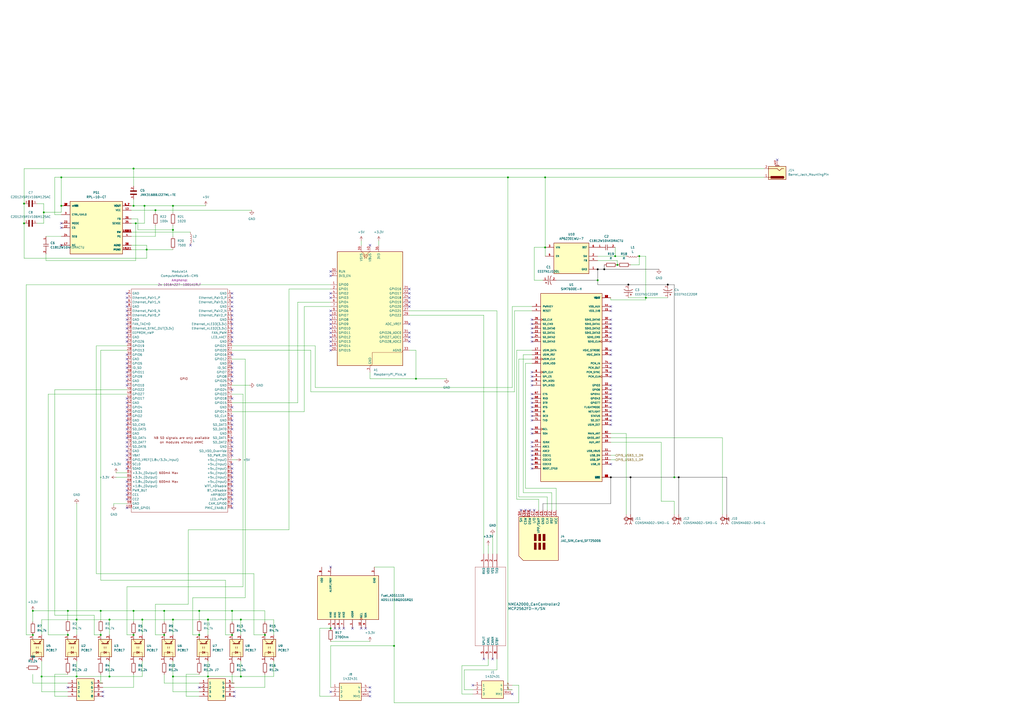
<source format=kicad_sch>
(kicad_sch (version 20250114) (generator "eeschema") (generator_version "9.0")
  (paper "A2")
  (title_block (title "Yamaha Boat Dash") (date "2025-08-28") (rev "1") (company "RiceElectronics"))
  (lib_symbols
    (symbol "100nFCap:C1812W104KDRACTU" (pin_names (offset 1.016))
      (property "Reference" "C" (at 5.08 -5.08 0))
      (property "Value" "C1812W104KDRACTU" (at 5.08 -7.62 0))
      (symbol "C1812W104KDRACTU_0_0"
        (pin passive line (at 2.54 0 270) (length 2.54) (name "~") (number "1"))
        (pin passive line (at 2.54 -10.16 90) (length 2.54) (name "~") (number "2"))
      )
    )
    (symbol "10uFCap:EEEFN1J100L" (pin_names (offset 1.016))
      (property "Reference" "C" (at -2.54 3.81 0))
      (property "Value" "EEEFN1J100L" (at -2.54 -5.08 0))
      (symbol "EEEFN1J100L_0_0"
        (pin passive line (at -2.54 0 0) (length 2.54) (name "~") (number "1"))
        (pin passive line (at 5.08 0 180) (length 2.54) (name "~") (number "2"))
      )
    )
    (symbol "10uFCeram:C2012X5R1V106M125AC" (pin_names (offset 1.016))
      (property "Reference" "C" (at 0 3.8109 0))
      (property "Value" "C2012X5R1V106M125AC" (at 0 -5.0885 0))
      (symbol "C2012X5R1V106M125AC_0_0"
        (pin passive line (at -2.54 0 0) (length 2.54) (name "~") (number "1"))
        (pin passive line (at 5.08 0 180) (length 2.54) (name "~") (number "2"))
      )
    )
    (symbol "22uFCap:EEEFN1C220R" (pin_names (offset 1.016))
      (property "Reference" "C" (at -2.54 3.81 0))
      (property "Value" "EEEFN1C220R" (at -2.54 -5.08 0))
      (symbol "EEEFN1C220R_0_0"
        (pin passive line (at -2.54 0 0) (length 2.54) (name "~") (number "1"))
        (pin passive line (at 5.08 0 180) (length 2.54) (name "~") (number "2"))
      )
    )
    (symbol "470uFCeram:JMK316BBJ227ML-TE" (pin_names (offset 1.016))
      (property "Reference" "C" (at -2.54 2.54 0))
      (property "Value" "JMK316BBJ227ML-TE" (at -2.54 -5.08 0))
      (symbol "JMK316BBJ227ML-TE_0_0"
        (pin passive line (at -2.54 0 0) (length 2.54) (name "~") (number "1"))
        (pin passive line (at 5.08 0 180) (length 2.54) (name "~") (number "2"))
      )
    )
    (symbol "ADS1115:ADS1115BQDGSRQ1" (pin_names (offset 1.016))
      (property "Reference" "U" (at -12.7 18.542 0))
      (property "Value" "ADS1115BQDGSRQ1" (at -12.7 -20.32 0))
      (symbol "ADS1115BQDGSRQ1_0_0"
        (pin input line (at -17.78 10.16 0) (length 5.08) (name "AIN0") (number "4"))
        (pin input line (at -17.78 7.62 0) (length 5.08) (name "AIN1") (number "5"))
        (pin input line (at -17.78 5.08 0) (length 5.08) (name "AIN2") (number "6"))
        (pin input line (at -17.78 2.54 0) (length 5.08) (name "AIN3") (number "7"))
        (pin input line (at -17.78 -2.54 0) (length 5.08) (name "ADDR") (number "1"))
        (pin input clock (at -17.78 -7.62 0) (length 5.08) (name "SCL") (number "10"))
        (pin bidirectional line (at -17.78 -10.16 0) (length 5.08) (name "SDA") (number "9"))
        (pin power_in line (at 17.78 15.24 180) (length 5.08) (name "VDD") (number "8"))
        (pin output line (at 17.78 10.16 180) (length 5.08) (name "ALERT/RDY") (number "2"))
        (pin power_in line (at 17.78 -15.24 180) (length 5.08) (name "GND") (number "3"))
      )
    )
    (symbol "APBuck:AP62301WU-7" (pin_names (offset 1.016))
      (property "Reference" "U" (at -10.16 8.382 0))
      (property "Value" "AP62301WU-7" (at -10.16 -12.7 0))
      (symbol "AP62301WU-7_0_0"
        (pin input line (at -15.24 5.08 0) (length 5.08) (name "VIN") (number "3"))
        (pin input line (at -15.24 0 0) (length 5.08) (name "EN") (number "5"))
        (pin input line (at 15.24 5.08 180) (length 5.08) (name "BST") (number "6"))
        (pin output line (at 15.24 0 180) (length 5.08) (name "SW") (number "2"))
        (pin input line (at 15.24 -2.54 180) (length 5.08) (name "FB") (number "4"))
        (pin power_in line (at 15.24 -7.62 180) (length 5.08) (name "GND") (number "1"))
      )
    )
    (symbol "Connector:Barrel_Jack_MountingPin" (pin_names (hide yes))
      (property "Reference" "J" (at 0 5.334 0))
      (property "Value" "Barrel_Jack_MountingPin" (at 1.27 -6.35 0))
      (symbol "Barrel_Jack_MountingPin_1_1"
        (text "Mounting" (at 0 -4.191 0) (effects (font (size 0.381 0.381))))
        (pin passive line (at 0 -7.62 90) (length 3.048) (name "MountPin") (number "MP"))
        (pin passive line (at 7.62 2.54 180) (length 2.54) (name "~") (number "1"))
        (pin passive line (at 7.62 -2.54 180) (length 2.54) (name "~") (number "2"))
      )
    )
    (symbol "Connector:JAE_SIM_Card_SF72S006"
      (property "Reference" "J" (at 5.08 12.7 0))
      (property "Value" "JAE_SIM_Card_SF72S006" (at 30.48 12.7 0))
      (symbol "JAE_SIM_Card_SF72S006_1_1"
        (pin power_in line (at 0 10.16 0) (length 3.81) (name "VCC") (number "C1"))
        (pin input line (at 0 7.62 0) (length 3.81) (name "RST") (number "C2"))
        (pin input line (at 0 5.08 0) (length 3.81) (name "CLK") (number "C3"))
        (pin power_in line (at 0 2.54 0) (length 3.81) (name "GND") (number "C5"))
        (pin bidirectional line (at 0 0 0) (length 3.81) (name "VPP/SWP") (number "C6"))
        (pin bidirectional line (at 0 -2.54 0) (length 3.81) (name "I/O") (number "C7"))
        (pin passive line (at 0 -5.08 0) (length 3.81) (name "DSW") (number "DSW"))
        (pin passive line (at 0 -7.62 0) (length 3.81) (name "CSW") (number "CSW"))
        (pin passive line (at 0 -10.16 0) (length 3.81) (name "SH") (number "SH"))
      )
    )
    (symbol "Device:L" (pin_numbers (hide yes)) (pin_names (offset 1.016) (hide yes))
      (property "Reference" "L" (at -1.27 0 90))
      (property "Value" "L" (at 1.905 0 90))
      (symbol "L_1_1"
        (pin passive line (at 0 3.81 270) (length 1.27) (name "1") (number "1"))
        (pin passive line (at 0 -3.81 90) (length 1.27) (name "2") (number "2"))
      )
    )
    (symbol "Device:R" (pin_numbers (hide yes)) (pin_names (offset 0))
      (property "Reference" "R" (at 2.032 0 90))
      (property "Value" "R" (at 0 0 90))
      (symbol "R_1_1"
        (pin passive line (at 0 3.81 270) (length 1.27) (name "~") (number "1"))
        (pin passive line (at 0 -3.81 90) (length 1.27) (name "~") (number "2"))
      )
    )
    (symbol "Isolator:PC817" (pin_names (offset 1.016))
      (property "Reference" "U" (at -5.08 5.08 0))
      (property "Value" "PC817" (at 0 5.08 0))
      (symbol "PC817_1_1"
        (pin passive line (at -7.62 2.54 0) (length 2.54) (name "~") (number "1"))
        (pin passive line (at -7.62 -2.54 0) (length 2.54) (name "~") (number "2"))
        (pin passive line (at 7.62 2.54 180) (length 2.54) (name "~") (number "4"))
        (pin passive line (at 7.62 -2.54 180) (length 2.54) (name "~") (number "3"))
      )
    )
    (symbol "MCP2562-H:MCP2562FD-H_SN" (pin_names (offset 0.254))
      (property "Reference" "U" (at 30.48 10.16 0))
      (property "Value" "MCP2562FD-H/SN" (at 30.48 7.62 0))
      (symbol "MCP2562FD-H_SN_0_1"
        (pin input line (at 0 0 0) (length 7.62) (name "TXD") (number "1"))
        (pin power_in line (at 0 -2.54 0) (length 7.62) (name "VSS") (number "2"))
        (pin power_in line (at 0 -5.08 0) (length 7.62) (name "VDD") (number "3"))
        (pin output line (at 0 -7.62 0) (length 7.62) (name "RXD") (number "4"))
        (pin input line (at 60.96 0 180) (length 7.62) (name "STBY") (number "8"))
        (pin bidirectional line (at 60.96 -2.54 180) (length 7.62) (name "CANH") (number "7"))
        (pin bidirectional line (at 60.96 -5.08 180) (length 7.62) (name "CANL") (number "6"))
        (pin unspecified line (at 60.96 -7.62 180) (length 7.62) (name "SPLIT") (number "5"))
      )
    )
    (symbol "MCU_Module:RaspberryPi_Pico_W" (pin_names (offset 0.762))
      (property "Reference" "A" (at -19.05 35.56 0))
      (property "Value" "RaspberryPi_Pico_W" (at 7.62 35.56 0))
      (symbol "RaspberryPi_Pico_W_1_1"
        (pin passive line (at -22.86 22.86 0) (length 3.81) (name "RUN") (number "30"))
        (pin passive line (at -22.86 20.32 0) (length 3.81) (name "3V3_EN") (number "37"))
        (pin bidirectional line (at -22.86 15.24 0) (length 3.81) (name "GPIO0") (number "1"))
        (pin bidirectional line (at -22.86 12.7 0) (length 3.81) (name "GPIO1") (number "2"))
        (pin bidirectional line (at -22.86 10.16 0) (length 3.81) (name "GPIO2") (number "4"))
        (pin bidirectional line (at -22.86 7.62 0) (length 3.81) (name "GPIO3") (number "5"))
        (pin bidirectional line (at -22.86 5.08 0) (length 3.81) (name "GPIO4") (number "6"))
        (pin bidirectional line (at -22.86 2.54 0) (length 3.81) (name "GPIO5") (number "7"))
        (pin bidirectional line (at -22.86 0 0) (length 3.81) (name "GPIO6") (number "9"))
        (pin bidirectional line (at -22.86 -2.54 0) (length 3.81) (name "GPIO7") (number "10"))
        (pin bidirectional line (at -22.86 -5.08 0) (length 3.81) (name "GPIO8") (number "11"))
        (pin bidirectional line (at -22.86 -7.62 0) (length 3.81) (name "GPIO9") (number "12"))
        (pin bidirectional line (at -22.86 -10.16 0) (length 3.81) (name "GPIO10") (number "14"))
        (pin bidirectional line (at -22.86 -12.7 0) (length 3.81) (name "GPIO11") (number "15"))
        (pin bidirectional line (at -22.86 -15.24 0) (length 3.81) (name "GPIO12") (number "16"))
        (pin bidirectional line (at -22.86 -17.78 0) (length 3.81) (name "GPIO13") (number "17"))
        (pin bidirectional line (at -22.86 -20.32 0) (length 3.81) (name "GPIO14") (number "19"))
        (pin bidirectional line (at -22.86 -22.86 0) (length 3.81) (name "GPIO15") (number "20"))
        (pin power_in line (at -5.08 38.1 270) (length 3.81) (name "VSYS") (number "39"))
        (pin power_out line (at 0 38.1 270) (length 3.81) (name "VBUS") (number "40"))
        (pin passive line (at 0 -35.56 90) (length 3.81) (hide yes) (name "GND") (number "13"))
        (pin passive line (at 0 -35.56 90) (length 3.81) (hide yes) (name "GND") (number "18"))
        (pin passive line (at 0 -35.56 90) (length 3.81) (hide yes) (name "GND") (number "23"))
        (pin passive line (at 0 -35.56 90) (length 3.81) (hide yes) (name "GND") (number "28"))
        (pin power_out line (at 0 -35.56 90) (length 3.81) (name "GND") (number "3"))
        (pin passive line (at 0 -35.56 90) (length 3.81) (hide yes) (name "GND") (number "38"))
        (pin passive line (at 0 -35.56 90) (length 3.81) (hide yes) (name "GND") (number "8"))
        (pin power_out line (at 5.08 38.1 270) (length 3.81) (name "3V3") (number "36"))
        (pin bidirectional line (at 22.86 12.7 180) (length 3.81) (name "GPIO16") (number "21"))
        (pin bidirectional line (at 22.86 10.16 180) (length 3.81) (name "GPIO17") (number "22"))
        (pin bidirectional line (at 22.86 7.62 180) (length 3.81) (name "GPIO18") (number "24"))
        (pin bidirectional line (at 22.86 5.08 180) (length 3.81) (name "GPIO19") (number "25"))
        (pin bidirectional line (at 22.86 2.54 180) (length 3.81) (name "GPIO20") (number "26"))
        (pin bidirectional line (at 22.86 0 180) (length 3.81) (name "GPIO21") (number "27"))
        (pin bidirectional line (at 22.86 -2.54 180) (length 3.81) (name "GPIO22") (number "29"))
        (pin power_in line (at 22.86 -7.62 180) (length 3.81) (name "ADC_VREF") (number "35"))
        (pin bidirectional line (at 22.86 -12.7 180) (length 3.81) (name "GPIO26_ADC0") (number "31"))
        (pin bidirectional line (at 22.86 -15.24 180) (length 3.81) (name "GPIO27_ADC1") (number "32"))
        (pin bidirectional line (at 22.86 -17.78 180) (length 3.81) (name "GPIO28_ADC2") (number "34"))
        (pin power_out line (at 22.86 -22.86 180) (length 3.81) (name "AGND") (number "33"))
      )
    )
    (symbol "PH1432431:1432431"
      (property "Reference" "J" (at 19.05 7.62 0))
      (property "Value" "1432431" (at 19.05 5.08 0))
      (symbol "1432431_1_1"
        (pin passive line (at 0 0 0) (length 5.08) (name "1") (number "1"))
        (pin passive line (at 0 -2.54 0) (length 5.08) (name "2") (number "2"))
        (pin passive line (at 0 -5.08 0) (length 5.08) (name "3") (number "3"))
        (pin passive line (at 22.86 0 180) (length 5.08) (name "4") (number "4"))
        (pin passive line (at 22.86 -2.54 180) (length 5.08) (name "5") (number "5"))
        (pin passive line (at 22.86 -5.08 180) (length 5.08) (name "MH1") (number "MH1"))
      )
    )
    (symbol "PH168873061:1436987"
      (property "Reference" "J" (at 16.51 7.62 0))
      (property "Value" "1436987" (at 16.51 5.08 0))
      (symbol "1436987_1_1"
        (pin passive line (at 0 0 0) (length 5.08) (name "1") (number "1"))
        (pin passive line (at 0 -2.54 0) (length 5.08) (name "2") (number "2"))
        (pin passive line (at 0 -5.08 0) (length 5.08) (name "3") (number "3"))
        (pin passive line (at 0 -7.62 0) (length 5.08) (name "4") (number "4"))
        (pin passive line (at 20.32 0 180) (length 5.08) (name "5") (number "5"))
        (pin passive line (at 20.32 -2.54 180) (length 5.08) (name "6") (number "6"))
        (pin passive line (at 20.32 -5.08 180) (length 5.08) (name "7") (number "7"))
        (pin passive line (at 20.32 -7.62 180) (length 5.08) (name "8") (number "8"))
      )
    )
    (symbol "Pi5Compute:ComputeModule5-CM5"
      (property "Reference" "Module" (at 113.03 -68.58 0))
      (property "Value" "ComputeModule5-CM5" (at 140.97 2.54 0))
      (property "Field4" "Amphenol" (at 0 0 0))
      (property "Field5" "2x 10164227-1001A1RLF" (at 0 -2.54 0))
      (symbol "ComputeModule5-CM5_1_0"
        (text "GPIO" (at 0 6.35 0) (effects (font (size 1.27 1.27))))
      )
      (symbol "ComputeModule5-CM5_1_1"
        (text "600mA Max" (at -8.89 -48.26 0) (effects (font (size 1.27 1.27))))
        (text "600mA Max" (at -8.89 -53.34 0) (effects (font (size 1.27 1.27))))
        (text "NB SD signals are only available" (at -1.27 -27.94 0) (effects (font (size 1.27 1.27))))
        (text "on modules without eMMC" (at -1.27 -30.48 0) (effects (font (size 1.27 1.27))))
        (pin power_in line (at -33.02 55.88 0) (length 2.54) (name "GND") (number "2"))
        (pin passive line (at -33.02 53.34 0) (length 2.54) (name "Ethernet_Pair1_P") (number "4"))
        (pin passive line (at -33.02 50.8 0) (length 2.54) (name "Ethernet_Pair1_N") (number "6"))
        (pin power_in line (at -33.02 48.26 0) (length 2.54) (name "GND") (number "8"))
        (pin passive line (at -33.02 45.72 0) (length 2.54) (name "Ethernet_Pair0_N") (number "10"))
        (pin passive line (at -33.02 43.18 0) (length 2.54) (name "Ethernet_Pair0_P") (number "12"))
        (pin power_in line (at -33.02 40.64 0) (length 2.54) (name "GND") (number "14"))
        (pin input line (at -33.02 38.1 0) (length 2.54) (name "FAN_TACHO") (number "16"))
        (pin input line (at -33.02 35.56 0) (length 2.54) (name "Ethernet_SYNC_OUT(3.3v)") (number "18"))
        (pin passive line (at -33.02 33.02 0) (length 2.54) (name "EEPROM_nWP") (number "20"))
        (pin power_in line (at -33.02 30.48 0) (length 2.54) (name "GND") (number "22"))
        (pin passive line (at -33.02 27.94 0) (length 2.54) (name "GPIO26") (number "24"))
        (pin passive line (at -33.02 25.4 0) (length 2.54) (name "GPIO19") (number "26"))
        (pin passive line (at -33.02 22.86 0) (length 2.54) (name "GPIO13") (number "28"))
        (pin passive line (at -33.02 20.32 0) (length 2.54) (name "GPIO6") (number "30"))
        (pin power_in line (at -33.02 17.78 0) (length 2.54) (name "GND") (number "32"))
        (pin passive line (at -33.02 15.24 0) (length 2.54) (name "GPIO5") (number "34"))
        (pin passive line (at -33.02 12.7 0) (length 2.54) (name "ID_SD") (number "36"))
        (pin passive line (at -33.02 10.16 0) (length 2.54) (name "GPIO11") (number "38"))
        (pin passive line (at -33.02 7.62 0) (length 2.54) (name "GPIO9") (number "40"))
        (pin power_in line (at -33.02 5.08 0) (length 2.54) (name "GND") (number "42"))
        (pin passive line (at -33.02 2.54 0) (length 2.54) (name "GPIO10") (number "44"))
        (pin passive line (at -33.02 0 0) (length 2.54) (name "GPIO22") (number "46"))
        (pin passive line (at -33.02 -2.54 0) (length 2.54) (name "GPIO27") (number "48"))
        (pin passive line (at -33.02 -5.08 0) (length 2.54) (name "GPIO17") (number "50"))
        (pin power_in line (at -33.02 -7.62 0) (length 2.54) (name "GND") (number "52"))
        (pin passive line (at -33.02 -10.16 0) (length 2.54) (name "GPIO4") (number "54"))
        (pin passive line (at -33.02 -12.7 0) (length 2.54) (name "GPIO3") (number "56"))
        (pin passive line (at -33.02 -15.24 0) (length 2.54) (name "GPIO2") (number "58"))
        (pin power_in line (at -33.02 -17.78 0) (length 2.54) (name "GND") (number "60"))
        (pin passive line (at -33.02 -20.32 0) (length 2.54) (name "SD_CMD") (number "62"))
        (pin passive line (at -33.02 -22.86 0) (length 2.54) (name "SD_DAT5") (number "64"))
        (pin power_in line (at -33.02 -25.4 0) (length 2.54) (name "GND") (number "66"))
        (pin passive line (at -33.02 -27.94 0) (length 2.54) (name "SD_DAT4") (number "68"))
        (pin passive line (at -33.02 -30.48 0) (length 2.54) (name "SD_DAT7") (number "70"))
        (pin passive line (at -33.02 -33.02 0) (length 2.54) (name "SD_DAT6") (number "72"))
        (pin power_in line (at -33.02 -35.56 0) (length 2.54) (name "GND") (number "74"))
        (pin passive line (at -33.02 -38.1 0) (length 2.54) (name "VBAT") (number "76"))
        (pin power_in line (at -33.02 -40.64 0) (length 2.54) (name "GPIO_VREF(1.8v/3.3v_Input)") (number "78"))
        (pin passive line (at -33.02 -43.18 0) (length 2.54) (name "SCL0") (number "80"))
        (pin passive line (at -33.02 -45.72 0) (length 2.54) (name "SDA0") (number "82"))
        (pin power_out line (at -33.02 -48.26 0) (length 2.54) (name "+3.3v_(Output)") (number "84"))
        (pin passive line (at -33.02 -50.8 0) (length 2.54) (name "+3.3v_(Output)") (number "86"))
        (pin power_out line (at -33.02 -53.34 0) (length 2.54) (name "+1.8v_(Output)") (number "88"))
        (pin passive line (at -33.02 -55.88 0) (length 2.54) (name "+1.8v_(Output)") (number "90"))
        (pin passive line (at -33.02 -58.42 0) (length 2.54) (name "PWR_BUT") (number "92"))
        (pin passive line (at -33.02 -60.96 0) (length 2.54) (name "CC1") (number "94"))
        (pin passive line (at -33.02 -63.5 0) (length 2.54) (name "CC2") (number "96"))
        (pin power_in line (at -33.02 -66.04 0) (length 2.54) (name "GND") (number "98"))
        (pin passive line (at -33.02 -68.58 0) (length 2.54) (name "CAM_GPIO1") (number "100"))
        (pin power_in line (at 27.94 55.88 180) (length 2.54) (name "GND") (number "1"))
        (pin passive line (at 27.94 53.34 180) (length 2.54) (name "Ethernet_Pair3_P") (number "3"))
        (pin passive line (at 27.94 50.8 180) (length 2.54) (name "Ethernet_Pair3_N") (number "5"))
        (pin power_in line (at 27.94 48.26 180) (length 2.54) (name "GND") (number "7"))
        (pin passive line (at 27.94 45.72 180) (length 2.54) (name "Ethernet_Pair2_N") (number "9"))
        (pin passive line (at 27.94 43.18 180) (length 2.54) (name "Ethernet_Pair2_P") (number "11"))
        (pin power_in line (at 27.94 40.64 180) (length 2.54) (name "GND") (number "13"))
        (pin output line (at 27.94 38.1 180) (length 2.54) (name "Ethernet_nLED3(3.3v)") (number "15"))
        (pin output line (at 27.94 35.56 180) (length 2.54) (name "Ethernet_nLED2(3.3v)") (number "17"))
        (pin output line (at 27.94 33.02 180) (length 2.54) (name "FAN_PWM") (number "19"))
        (pin open_collector line (at 27.94 30.48 180) (length 2.54) (name "LED_nACT") (number "21"))
        (pin power_in line (at 27.94 27.94 180) (length 2.54) (name "GND") (number "23"))
        (pin passive line (at 27.94 25.4 180) (length 2.54) (name "GPIO21") (number "25"))
        (pin passive line (at 27.94 22.86 180) (length 2.54) (name "GPIO20") (number "27"))
        (pin passive line (at 27.94 20.32 180) (length 2.54) (name "GPIO16") (number "29"))
        (pin passive line (at 27.94 17.78 180) (length 2.54) (name "GPIO12") (number "31"))
        (pin power_in line (at 27.94 15.24 180) (length 2.54) (name "GND") (number "33"))
        (pin passive line (at 27.94 12.7 180) (length 2.54) (name "ID_SC") (number "35"))
        (pin passive line (at 27.94 10.16 180) (length 2.54) (name "GPIO7") (number "37"))
        (pin passive line (at 27.94 7.62 180) (length 2.54) (name "GPIO8") (number "39"))
        (pin passive line (at 27.94 5.08 180) (length 2.54) (name "GPIO25") (number "41"))
        (pin power_in line (at 27.94 2.54 180) (length 2.54) (name "GND") (number "43"))
        (pin passive line (at 27.94 0 180) (length 2.54) (name "GPIO24") (number "45"))
        (pin passive line (at 27.94 -2.54 180) (length 2.54) (name "GPIO23") (number "47"))
        (pin passive line (at 27.94 -5.08 180) (length 2.54) (name "GPIO18") (number "49"))
        (pin passive line (at 27.94 -7.62 180) (length 2.54) (name "GPIO15") (number "51"))
        (pin power_in line (at 27.94 -10.16 180) (length 2.54) (name "GND") (number "53"))
        (pin passive line (at 27.94 -12.7 180) (length 2.54) (name "GPIO14") (number "55"))
        (pin passive line (at 27.94 -15.24 180) (length 2.54) (name "SD_CLK") (number "57"))
        (pin power_in line (at 27.94 -17.78 180) (length 2.54) (name "GND") (number "59"))
        (pin passive line (at 27.94 -20.32 180) (length 2.54) (name "SD_DAT3") (number "61"))
        (pin passive line (at 27.94 -22.86 180) (length 2.54) (name "SD_DAT0") (number "63"))
        (pin power_in line (at 27.94 -25.4 180) (length 2.54) (name "GND") (number "65"))
        (pin passive line (at 27.94 -27.94 180) (length 2.54) (name "SD_DAT1") (number "67"))
        (pin passive line (at 27.94 -30.48 180) (length 2.54) (name "SD_DAT2") (number "69"))
        (pin power_in line (at 27.94 -33.02 180) (length 2.54) (name "GND") (number "71"))
        (pin input line (at 27.94 -35.56 180) (length 2.54) (name "SD_VDD_Override") (number "73"))
        (pin output line (at 27.94 -38.1 180) (length 2.54) (name "SD_PWR_ON") (number "75"))
        (pin power_in line (at 27.94 -40.64 180) (length 2.54) (name "+5v_(Input)") (number "77"))
        (pin power_in line (at 27.94 -43.18 180) (length 2.54) (name "+5v_(Input)") (number "79"))
        (pin power_in line (at 27.94 -45.72 180) (length 2.54) (name "+5v_(Input)") (number "81"))
        (pin power_in line (at 27.94 -48.26 180) (length 2.54) (name "+5v_(Input)") (number "83"))
        (pin power_in line (at 27.94 -50.8 180) (length 2.54) (name "+5v_(Input)") (number "85"))
        (pin power_in line (at 27.94 -53.34 180) (length 2.54) (name "+5v_(Input)") (number "87"))
        (pin input line (at 27.94 -55.88 180) (length 2.54) (name "WiFi_nDisable") (number "89"))
        (pin input line (at 27.94 -58.42 180) (length 2.54) (name "BT_nDisable") (number "91"))
        (pin input line (at 27.94 -60.96 180) (length 2.54) (name "nRPIBOOT") (number "93"))
        (pin output line (at 27.94 -63.5 180) (length 2.54) (name "LED_nPWR") (number "95"))
        (pin passive line (at 27.94 -66.04 180) (length 2.54) (name "CAM_GPIO0") (number "97"))
        (pin input line (at 27.94 -68.58 180) (length 2.54) (name "PMIC_ENABLE") (number "99"))
      )
      (symbol "ComputeModule5-CM5_2_1"
        (text "High Speed Serial" (at 140.97 0 0) (effects (font (size 1.27 1.27))))
        (pin input line (at 109.22 60.96 0) (length 5.08) (name "PCIe_nCLKREQ") (number "102"))
        (pin input line (at 109.22 58.42 0) (length 5.08) (name "PCIE_nWAKE") (number "104"))
        (pin output line (at 109.22 55.88 0) (length 5.08) (name "PCIE_PWR_EN") (number "106"))
        (pin power_in line (at 109.22 53.34 0) (length 5.08) (name "GND") (number "108"))
        (pin output line (at 109.22 50.8 0) (length 5.08) (name "PCIe_CLK_P") (number "110"))
        (pin output line (at 109.22 48.26 0) (length 5.08) (name "PCIe_CLK_N") (number "112"))
        (pin power_in line (at 109.22 45.72 0) (length 5.08) (name "GND") (number "114"))
        (pin input line (at 109.22 43.18 0) (length 5.08) (name "PCIe_RX_P") (number "116"))
        (pin input line (at 109.22 40.64 0) (length 5.08) (name "PCIe_RX_N") (number "118"))
        (pin power_in line (at 109.22 38.1 0) (length 5.08) (name "GND") (number "120"))
        (pin output line (at 109.22 35.56 0) (length 5.08) (name "PCIe_TX_P") (number "122"))
        (pin output line (at 109.22 33.02 0) (length 5.08) (name "PCIe_TX_N") (number "124"))
        (pin power_in line (at 109.22 30.48 0) (length 5.08) (name "GND") (number "126"))
        (pin input line (at 109.22 27.94 0) (length 5.08) (name "USB3-0-RX_N") (number "128"))
        (pin input line (at 109.22 25.4 0) (length 5.08) (name "USB3-0-RX_P") (number "130"))
        (pin power_in line (at 109.22 22.86 0) (length 5.08) (name "GND") (number "132"))
        (pin passive line (at 109.22 20.32 0) (length 5.08) (name "USB3-0-D_P") (number "134"))
        (pin passive line (at 109.22 17.78 0) (length 5.08) (name "USB3-0-D_N") (number "136"))
        (pin power_in line (at 109.22 15.24 0) (length 5.08) (name "GND") (number "138"))
        (pin output line (at 109.22 12.7 0) (length 5.08) (name "USB3-0-TX_N") (number "140"))
        (pin output line (at 109.22 10.16 0) (length 5.08) (name "USB3-0-TX_P") (number "142"))
        (pin power_in line (at 109.22 7.62 0) (length 5.08) (name "GND") (number "144"))
        (pin output line (at 109.22 5.08 0) (length 5.08) (name "HDMI1_TX2_P") (number "146"))
        (pin output line (at 109.22 2.54 0) (length 5.08) (name "HDMI1_TX2_N") (number "148"))
        (pin power_in line (at 109.22 0 0) (length 5.08) (name "GND") (number "150"))
        (pin output line (at 109.22 -2.54 0) (length 5.08) (name "HDMI1_TX1_P") (number "152"))
        (pin output line (at 109.22 -5.08 0) (length 5.08) (name "HDMI1_TX1_N") (number "154"))
        (pin power_in line (at 109.22 -7.62 0) (length 5.08) (name "GND") (number "156"))
        (pin output line (at 109.22 -10.16 0) (length 5.08) (name "HDMI1_TX0_P") (number "158"))
        (pin output line (at 109.22 -12.7 0) (length 5.08) (name "HDMI1_TX0_N") (number "160"))
        (pin power_in line (at 109.22 -15.24 0) (length 5.08) (name "GND") (number "162"))
        (pin output line (at 109.22 -17.78 0) (length 5.08) (name "HDMI1_CLK_P") (number "164"))
        (pin output line (at 109.22 -20.32 0) (length 5.08) (name "HDMI1_CLK_N") (number "166"))
        (pin power_in line (at 109.22 -22.86 0) (length 5.08) (name "GND") (number "168"))
        (pin output line (at 109.22 -25.4 0) (length 5.08) (name "HDMI0_TX2_P") (number "170"))
        (pin output line (at 109.22 -27.94 0) (length 5.08) (name "HDMI0_TX2_N") (number "172"))
        (pin power_in line (at 109.22 -30.48 0) (length 5.08) (name "GND") (number "174"))
        (pin output line (at 109.22 -33.02 0) (length 5.08) (name "HDMI0_TX1_P") (number "176"))
        (pin output line (at 109.22 -35.56 0) (length 5.08) (name "HDMI0_TX1_N") (number "178"))
        (pin power_in line (at 109.22 -38.1 0) (length 5.08) (name "GND") (number "180"))
        (pin output line (at 109.22 -40.64 0) (length 5.08) (name "HDMI0_TX0_P") (number "182"))
        (pin output line (at 109.22 -43.18 0) (length 5.08) (name "HDMI0_TX0_N") (number "184"))
        (pin power_in line (at 109.22 -45.72 0) (length 5.08) (name "GND") (number "186"))
        (pin output line (at 109.22 -48.26 0) (length 5.08) (name "HDMI0_CLK_P") (number "188"))
        (pin output line (at 109.22 -50.8 0) (length 5.08) (name "HDMI0_CLK_N") (number "190"))
        (pin power_in line (at 109.22 -53.34 0) (length 5.08) (name "GND") (number "192"))
        (pin output line (at 109.22 -55.88 0) (length 5.08) (name "MIPI1_D3_N") (number "194"))
        (pin output line (at 109.22 -58.42 0) (length 5.08) (name "MIPI1_D3_P") (number "196"))
        (pin power_in line (at 109.22 -60.96 0) (length 5.08) (name "GND") (number "198"))
        (pin open_collector line (at 109.22 -63.5 0) (length 5.08) (name "HDMI0_SCL") (number "200"))
        (pin input line (at 170.18 60.96 180) (length 5.08) (name "USB_OTG_ID") (number "101"))
        (pin passive line (at 170.18 58.42 180) (length 5.08) (name "USB2_N") (number "103"))
        (pin passive line (at 170.18 55.88 180) (length 5.08) (name "USB2_P") (number "105"))
        (pin power_in line (at 170.18 53.34 180) (length 5.08) (name "GND") (number "107"))
        (pin output line (at 170.18 50.8 180) (length 5.08) (name "PCIe_nRST") (number "109"))
        (pin output line (at 170.18 48.26 180) (length 5.08) (name "VBUS_EN") (number "111"))
        (pin power_in line (at 170.18 45.72 180) (length 5.08) (name "GND") (number "113"))
        (pin input line (at 170.18 43.18 180) (length 5.08) (name "MIPI0_D0_N") (number "115"))
        (pin input line (at 170.18 40.64 180) (length 5.08) (name "MIPI0_D0_P") (number "117"))
        (pin power_in line (at 170.18 38.1 180) (length 5.08) (name "GND") (number "119"))
        (pin input line (at 170.18 35.56 180) (length 5.08) (name "MIPI0_D1_N") (number "121"))
        (pin input line (at 170.18 33.02 180) (length 5.08) (name "MIPI0_D1_P") (number "123"))
        (pin power_in line (at 170.18 30.48 180) (length 5.08) (name "GND") (number "125"))
        (pin input line (at 170.18 27.94 180) (length 5.08) (name "MIPI0_C_N") (number "127"))
        (pin input line (at 170.18 25.4 180) (length 5.08) (name "MIPI0_C_P") (number "129"))
        (pin power_in line (at 170.18 22.86 180) (length 5.08) (name "GND") (number "131"))
        (pin input line (at 170.18 20.32 180) (length 5.08) (name "MIPI0_D2_N") (number "133"))
        (pin input line (at 170.18 17.78 180) (length 5.08) (name "MIPI0_D2_P") (number "135"))
        (pin power_in line (at 170.18 15.24 180) (length 5.08) (name "GND") (number "137"))
        (pin input line (at 170.18 12.7 180) (length 5.08) (name "MIPI0_D3_N") (number "139"))
        (pin input line (at 170.18 10.16 180) (length 5.08) (name "MIPI0_D3_P") (number "141"))
        (pin input line (at 170.18 7.62 180) (length 5.08) (name "HDMI1_HOTPLUG") (number "143"))
        (pin bidirectional line (at 170.18 5.08 180) (length 5.08) (name "HDMI1_SDA") (number "145"))
        (pin open_collector line (at 170.18 2.54 180) (length 5.08) (name "HDMI1_SCL") (number "147"))
        (pin open_collector line (at 170.18 0 180) (length 5.08) (name "HDMI1_CEC") (number "149"))
        (pin open_collector line (at 170.18 -2.54 180) (length 5.08) (name "HDMI0_CEC") (number "151"))
        (pin input line (at 170.18 -5.08 180) (length 5.08) (name "HDMI0_HOTPLUG") (number "153"))
        (pin power_in line (at 170.18 -7.62 180) (length 5.08) (name "GND") (number "155"))
        (pin input line (at 170.18 -10.16 180) (length 5.08) (name "USB3-1-RX_N") (number "157"))
        (pin input line (at 170.18 -12.7 180) (length 5.08) (name "USB3-1-RX_P") (number "159"))
        (pin power_in line (at 170.18 -15.24 180) (length 5.08) (name "GND") (number "161"))
        (pin passive line (at 170.18 -17.78 180) (length 5.08) (name "USB3-1-D_P") (number "163"))
        (pin passive line (at 170.18 -20.32 180) (length 5.08) (name "USB3-1-D_N") (number "165"))
        (pin power_in line (at 170.18 -22.86 180) (length 5.08) (name "GND") (number "167"))
        (pin output line (at 170.18 -25.4 180) (length 5.08) (name "USB3-1-TX_N") (number "169"))
        (pin output line (at 170.18 -27.94 180) (length 5.08) (name "USB3-1-TX_P") (number "171"))
        (pin power_in line (at 170.18 -30.48 180) (length 5.08) (name "GND") (number "173"))
        (pin output line (at 170.18 -33.02 180) (length 5.08) (name "MIPI1_D0_N") (number "175"))
        (pin output line (at 170.18 -35.56 180) (length 5.08) (name "MIPI1_D0_P") (number "177"))
        (pin power_in line (at 170.18 -38.1 180) (length 5.08) (name "GND") (number "179"))
        (pin output line (at 170.18 -40.64 180) (length 5.08) (name "MIPI1_D1_N") (number "181"))
        (pin output line (at 170.18 -43.18 180) (length 5.08) (name "MIPI1_D1_P") (number "183"))
        (pin power_in line (at 170.18 -45.72 180) (length 5.08) (name "GND") (number "185"))
        (pin output line (at 170.18 -48.26 180) (length 5.08) (name "MIPI1_C_N") (number "187"))
        (pin output line (at 170.18 -50.8 180) (length 5.08) (name "MIPI1_C_P") (number "189"))
        (pin power_in line (at 170.18 -53.34 180) (length 5.08) (name "GND") (number "191"))
        (pin output line (at 170.18 -55.88 180) (length 5.08) (name "MIPI1_D2_N") (number "193"))
        (pin output line (at 170.18 -58.42 180) (length 5.08) (name "MIPI1_D2_P") (number "195"))
        (pin power_in line (at 170.18 -60.96 180) (length 5.08) (name "GND") (number "197"))
        (pin bidirectional line (at 170.18 -63.5 180) (length 5.08) (name "HDMI0_SDA") (number "199"))
      )
    )
    (symbol "RPLBuck:RPL-10-CT" (pin_names (offset 1.016))
      (property "Reference" "PS" (at -15.24 16.002 0))
      (property "Value" "RPL-10-CT" (at -15.24 -17.78 0))
      (symbol "RPL-10-CT_0_0"
        (pin input line (at -20.32 12.7 0) (length 5.08) (name "+VIN") (number "27"))
        (pin input line (at -20.32 12.7 0) (length 5.08) (name "+VIN") (number "28"))
        (pin input line (at -20.32 12.7 0) (length 5.08) (name "+VIN") (number "5"))
        (pin input line (at -20.32 12.7 0) (length 5.08) (name "+VIN") (number "8"))
        (pin input line (at -20.32 12.7 0) (length 5.08) (name "+VIN") (number "9"))
        (pin input line (at -20.32 7.62 0) (length 5.08) (name "CTRL/UVLO") (number "3"))
        (pin input line (at -20.32 2.54 0) (length 5.08) (name "MODE") (number "23"))
        (pin input line (at -20.32 0 0) (length 5.08) (name "CS") (number "22"))
        (pin bidirectional line (at -20.32 -5.08 0) (length 5.08) (name "SEQ") (number "24"))
        (pin no_connect line (at -20.32 -10.16 0) (length 5.08) (name "NC") (number "17"))
        (pin output line (at 20.32 12.7 180) (length 5.08) (name "VOUT") (number "1_2"))
        (pin output line (at 20.32 12.7 180) (length 5.08) (name "VOUT") (number "6_7"))
        (pin output line (at 20.32 10.16 180) (length 5.08) (name "VCC") (number "13"))
        (pin input line (at 20.32 5.08 180) (length 5.08) (name "FB") (number "26"))
        (pin input line (at 20.32 2.54 180) (length 5.08) (name "SENSE") (number "25"))
        (pin output line (at 20.32 -2.54 180) (length 5.08) (name "SW") (number "14_15"))
        (pin output line (at 20.32 -2.54 180) (length 5.08) (name "SW") (number "16"))
        (pin output line (at 20.32 -2.54 180) (length 5.08) (name "SW") (number "19_20"))
        (pin output line (at 20.32 -2.54 180) (length 5.08) (name "SW") (number "29"))
        (pin output line (at 20.32 -5.08 180) (length 5.08) (name "PG") (number "4"))
        (pin power_in line (at 20.32 -10.16 180) (length 5.08) (name "AGND") (number "18"))
        (pin power_in line (at 20.32 -10.16 180) (length 5.08) (name "AGND") (number "21"))
        (pin power_in line (at 20.32 -12.7 180) (length 5.08) (name "PGND") (number "10_11"))
        (pin power_in line (at 20.32 -12.7 180) (length 5.08) (name "PGND") (number "12"))
      )
    )
    (symbol "SMAcon:CONSMA002-SMD-G" (pin_names (offset 1.016))
      (property "Reference" "J" (at -6.35 1.524 0))
      (property "Value" "CONSMA002-SMD-G" (at -6.604 -6.858 0))
      (symbol "CONSMA002-SMD-G_0_0"
        (pin passive line (at 0 0 180) (length 5.08) (name "~") (number "1"))
        (pin power_in line (at 0 -2.54 180) (length 5.08) (name "~") (number "2"))
        (pin power_in line (at 0 -2.54 180) (length 5.08) (name "~") (number "3"))
      )
    )
    (symbol "Sim7600:SIM7600E-H" (pin_names (offset 1.016))
      (property "Reference" "U" (at -17.78 56.515 0))
      (property "Value" "SIM7600E-H" (at -17.78 -55.88 0))
      (symbol "SIM7600E-H_0_0"
        (pin input line (at -22.86 48.26 0) (length 5.08) (name "PWRKEY") (number "3"))
        (pin input line (at -22.86 45.72 0) (length 5.08) (name "RESET") (number "4"))
        (pin output clock (at -22.86 40.64 0) (length 5.08) (name "SD_CLK") (number "26"))
        (pin output line (at -22.86 38.1 0) (length 5.08) (name "SD_CMD") (number "21"))
        (pin bidirectional line (at -22.86 35.56 0) (length 5.08) (name "SD_DATA0") (number "22"))
        (pin bidirectional line (at -22.86 33.02 0) (length 5.08) (name "SD_DATA1") (number "23"))
        (pin bidirectional line (at -22.86 30.48 0) (length 5.08) (name "SD_DATA2") (number "24"))
        (pin bidirectional line (at -22.86 27.94 0) (length 5.08) (name "SD_DATA3") (number "25"))
        (pin bidirectional line (at -22.86 22.86 0) (length 5.08) (name "USIM_DATA") (number "17"))
        (pin output line (at -22.86 20.32 0) (length 5.08) (name "USIM_RST") (number "18"))
        (pin output clock (at -22.86 17.78 0) (length 5.08) (name "USIM_CLK") (number "19"))
        (pin output line (at -22.86 15.24 0) (length 5.08) (name "USIM_VDD") (number "20"))
        (pin output clock (at -22.86 10.16 0) (length 5.08) (name "SPI_CLK") (number "6"))
        (pin output line (at -22.86 7.62 0) (length 5.08) (name "SPI_CS") (number "9"))
        (pin output line (at -22.86 5.08 0) (length 5.08) (name "SPI_MOSI") (number "8"))
        (pin input line (at -22.86 2.54 0) (length 5.08) (name "SPI_MISO") (number "7"))
        (pin input line (at -22.86 -2.54 0) (length 5.08) (name "CTS") (number "67"))
        (pin input line (at -22.86 -5.08 0) (length 5.08) (name "RXD") (number "68"))
        (pin input line (at -22.86 -7.62 0) (length 5.08) (name "DTR") (number "72"))
        (pin output line (at -22.86 -10.16 0) (length 5.08) (name "RTS") (number "66"))
        (pin output line (at -22.86 -12.7 0) (length 5.08) (name "RI") (number "69"))
        (pin output line (at -22.86 -15.24 0) (length 5.08) (name "DCD") (number "70"))
        (pin output line (at -22.86 -17.78 0) (length 5.08) (name "TXD") (number "71"))
        (pin output clock (at -22.86 -22.86 0) (length 5.08) (name "SCL") (number "55"))
        (pin bidirectional line (at -22.86 -25.4 0) (length 5.08) (name "SDA") (number "56"))
        (pin input line (at -22.86 -30.48 0) (length 5.08) (name "ISINK") (number "45"))
        (pin input line (at -22.86 -33.02 0) (length 5.08) (name "ADC1") (number "47"))
        (pin input line (at -22.86 -35.56 0) (length 5.08) (name "ADC2") (number "46"))
        (pin bidirectional line (at -22.86 -38.1 0) (length 5.08) (name "COEX1") (number "83"))
        (pin bidirectional line (at -22.86 -40.64 0) (length 5.08) (name "COEX2") (number "84"))
        (pin bidirectional line (at -22.86 -43.18 0) (length 5.08) (name "COEX3") (number "86"))
        (pin input line (at -22.86 -45.72 0) (length 5.08) (name "BOOT_CFG0") (number "85"))
        (pin power_in line (at 22.86 53.34 180) (length 5.08) (name "VBAT") (number "38"))
        (pin power_in line (at 22.86 53.34 180) (length 5.08) (name "VBAT") (number "39"))
        (pin power_in line (at 22.86 53.34 180) (length 5.08) (name "VBAT") (number "62"))
        (pin power_in line (at 22.86 53.34 180) (length 5.08) (name "VBAT") (number "63"))
        (pin output line (at 22.86 48.26 180) (length 5.08) (name "VDD_AUX") (number "44"))
        (pin output line (at 22.86 45.72 180) (length 5.08) (name "VDD_1V8") (number "15"))
        (pin bidirectional line (at 22.86 40.64 180) (length 5.08) (name "SDIO_DATA0") (number "30"))
        (pin bidirectional line (at 22.86 38.1 180) (length 5.08) (name "SDIO_DATA1") (number "27"))
        (pin bidirectional line (at 22.86 35.56 180) (length 5.08) (name "SDIO_DATA2") (number "28"))
        (pin bidirectional line (at 22.86 33.02 180) (length 5.08) (name "SDIO_DATA3") (number "31"))
        (pin output line (at 22.86 30.48 180) (length 5.08) (name "SDIO_CMD") (number "29"))
        (pin output clock (at 22.86 27.94 180) (length 5.08) (name "SDIO_CLK") (number "32"))
        (pin output line (at 22.86 22.86 180) (length 5.08) (name "HSIC_STROBE") (number "35"))
        (pin bidirectional line (at 22.86 20.32 180) (length 5.08) (name "HSIC_DATA") (number "36"))
        (pin input line (at 22.86 15.24 180) (length 5.08) (name "PCM_IN") (number "74"))
        (pin output line (at 22.86 12.7 180) (length 5.08) (name "PCM_OUT") (number "73"))
        (pin output line (at 22.86 10.16 180) (length 5.08) (name "PCM_SYNC") (number "75"))
        (pin output clock (at 22.86 7.62 180) (length 5.08) (name "PCM_CLK") (number "76"))
        (pin bidirectional line (at 22.86 2.54 180) (length 5.08) (name "GPIO3") (number "33"))
        (pin bidirectional line (at 22.86 0 180) (length 5.08) (name "GPIO6") (number "34"))
        (pin bidirectional line (at 22.86 -2.54 180) (length 5.08) (name "GPIO41") (number "52"))
        (pin bidirectional line (at 22.86 -5.08 180) (length 5.08) (name "GPIO43") (number "50"))
        (pin bidirectional line (at 22.86 -7.62 180) (length 5.08) (name "GPIO77") (number "87"))
        (pin input line (at 22.86 -10.16 180) (length 5.08) (name "FLIGHTMODE") (number "54"))
        (pin output line (at 22.86 -12.7 180) (length 5.08) (name "NETLIGHT") (number "51"))
        (pin output line (at 22.86 -15.24 180) (length 5.08) (name "STATUS") (number "49"))
        (pin bidirectional line (at 22.86 -17.78 180) (length 5.08) (name "SD_DET") (number "48"))
        (pin bidirectional line (at 22.86 -20.32 180) (length 5.08) (name "USIM_DET") (number "53"))
        (pin bidirectional line (at 22.86 -25.4 180) (length 5.08) (name "MAIN_ANT") (number "82"))
        (pin bidirectional line (at 22.86 -27.94 180) (length 5.08) (name "GNSS_ANT") (number "79"))
        (pin input line (at 22.86 -30.48 180) (length 5.08) (name "AUX_ANT") (number "59"))
        (pin input line (at 22.86 -35.56 180) (length 5.08) (name "USB_VBUS") (number "11"))
        (pin bidirectional line (at 22.86 -38.1 180) (length 5.08) (name "USB_DN") (number "12"))
        (pin bidirectional line (at 22.86 -40.64 180) (length 5.08) (name "USB_DP") (number "13"))
        (pin input line (at 22.86 -43.18 180) (length 5.08) (name "USB_ID") (number "16"))
        (pin power_in line (at 22.86 -50.8 180) (length 5.08) (name "GND") (number "1"))
        (pin power_in line (at 22.86 -50.8 180) (length 5.08) (name "GND") (number "10"))
        (pin power_in line (at 22.86 -50.8 180) (length 5.08) (name "GND") (number "14"))
        (pin power_in line (at 22.86 -50.8 180) (length 5.08) (name "GND") (number "2"))
        (pin power_in line (at 22.86 -50.8 180) (length 5.08) (name "GND") (number "37"))
        (pin power_in line (at 22.86 -50.8 180) (length 5.08) (name "GND") (number "40"))
        (pin power_in line (at 22.86 -50.8 180) (length 5.08) (name "GND") (number "41"))
        (pin power_in line (at 22.86 -50.8 180) (length 5.08) (name "GND") (number "43"))
        (pin power_in line (at 22.86 -50.8 180) (length 5.08) (name "GND") (number "5"))
        (pin power_in line (at 22.86 -50.8 180) (length 5.08) (name "GND") (number "57"))
        (pin power_in line (at 22.86 -50.8 180) (length 5.08) (name "GND") (number "58"))
        (pin power_in line (at 22.86 -50.8 180) (length 5.08) (name "GND") (number "60"))
        (pin power_in line (at 22.86 -50.8 180) (length 5.08) (name "GND") (number "61"))
        (pin power_in line (at 22.86 -50.8 180) (length 5.08) (name "GND") (number "64"))
        (pin power_in line (at 22.86 -50.8 180) (length 5.08) (name "GND") (number "65"))
        (pin power_in line (at 22.86 -50.8 180) (length 5.08) (name "GND") (number "77"))
        (pin power_in line (at 22.86 -50.8 180) (length 5.08) (name "GND") (number "78"))
        (pin power_in line (at 22.86 -50.8 180) (length 5.08) (name "GND") (number "80"))
        (pin power_in line (at 22.86 -50.8 180) (length 5.08) (name "GND") (number "81"))
      )
    )
    (symbol "power:+3.3V" (power) (pin_numbers (hide yes)) (pin_names (offset 0) (hide yes))
      (property "Value" "+3.3V" (at 0 3.556 0))
      (symbol "+3.3V_1_1"
        (pin power_in line (at 0 0 90) (length 0) (name "~") (number "1"))
      )
    )
    (symbol "power:+5V" (power) (pin_numbers (hide yes)) (pin_names (offset 0) (hide yes))
      (property "Value" "+5V" (at 0 3.556 0))
      (symbol "+5V_1_1"
        (pin power_in line (at 0 0 90) (length 0) (name "~") (number "1"))
      )
    )
    (symbol "power:GND" (power) (pin_numbers (hide yes)) (pin_names (offset 0) (hide yes))
      (property "Value" "GND" (at 0 -3.81 0))
      (symbol "GND_1_1"
        (pin power_in line (at 0 0 270) (length 0) (name "~") (number "1"))
      )
    )
  )
  (junction (at 44.45 359.41))
  (junction (at 294.64 102.87))
  (junction (at 44.45 392.43))
  (junction (at 365.76 276.86) (color 0 0 0 1))
  (junction (at 19.05 354.33))
  (junction (at 77.47 119.38))
  (junction (at 241.3 219.71))
  (junction (at 358.14 153.67))
  (junction (at 82.55 359.41))
  (junction (at 78.74 129.54))
  (junction (at 58.42 354.33))
  (junction (at 63.5 392.43))
  (junction (at 391.16 276.86))
  (junction (at 100.33 119.38))
  (junction (at 77.47 97.79))
  (junction (at 24.13 392.43))
  (junction (at 58.42 368.3))
  (junction (at 134.62 368.3))
  (junction (at 370.84 148.59))
  (junction (at 120.65 359.41))
  (junction (at 77.47 368.3))
  (junction (at 346.71 156.21) (color 0 0 0 1))
  (junction (at 139.7 359.41))
  (junction (at 95.25 368.3))
  (junction (at 191.77 364.49))
  (junction (at 350.52 156.21) (color 0 0 0 1))
  (junction (at 316.23 143.51))
  (junction (at 39.37 354.33))
  (junction (at 13.97 118.11))
  (junction (at 77.47 354.33))
  (junction (at 139.7 392.43))
  (junction (at 387.35 165.1) (color 0 0 0 1))
  (junction (at 120.65 392.43))
  (junction (at 83.82 119.38))
  (junction (at 63.5 359.41))
  (junction (at 19.05 368.3))
  (junction (at 374.65 172.72))
  (junction (at 356.87 148.59))
  (junction (at 25.4 123.19))
  (junction (at 95.25 354.33))
  (junction (at 316.23 102.87))
  (junction (at 346.71 162.56))
  (junction (at 153.67 368.3))
  (junction (at 115.57 354.33))
  (junction (at 134.62 354.33))
  (junction (at 100.33 359.41))
  (junction (at 354.33 276.86) (color 0 0 0 1))
  (junction (at 100.33 392.43))
  (junction (at 115.57 368.3))
  (junction (at 13.97 129.54))
  (junction (at 39.37 368.3))
  (junction (at 228.6 374.65))
  (junction (at 85.09 144.78))
  (junction (at 35.56 119.38))
  (junction (at 35.56 102.87))
  (junction (at 393.7 276.86) (color 0 0 0 1))
  (junction (at 364.49 165.1) (color 0 0 0 1))
  (junction (at 90.17 121.92))
  (junction (at 100.33 133.35))
  (no_connect (at 73.66 243.84))
  (no_connect (at 191.77 185.42))
  (no_connect (at 308.61 233.68))
  (no_connect (at 308.61 195.58))
  (no_connect (at 35.56 129.54))
  (no_connect (at 73.66 294.64))
  (no_connect (at 134.62 289.56))
  (no_connect (at 73.66 195.58))
  (no_connect (at 308.61 238.76))
  (no_connect (at 308.61 259.08))
  (no_connect (at 237.49 198.12))
  (no_connect (at 73.66 271.78))
  (no_connect (at 73.66 218.44))
  (no_connect (at 204.47 364.49))
  (no_connect (at 191.77 182.88))
  (no_connect (at 134.62 175.26))
  (no_connect (at 308.61 187.96))
  (no_connect (at 73.66 233.68))
  (no_connect (at 354.33 233.68))
  (no_connect (at 237.49 175.26))
  (no_connect (at 308.61 198.12))
  (no_connect (at 354.33 190.5))
  (no_connect (at 134.62 276.86))
  (no_connect (at 59.69 401.32))
  (no_connect (at 191.77 180.34))
  (no_connect (at 354.33 226.06))
  (no_connect (at 354.33 177.8))
  (no_connect (at 134.62 213.36))
  (no_connect (at 308.61 256.54))
  (no_connect (at 134.62 215.9))
  (no_connect (at 73.66 289.56))
  (no_connect (at 308.61 193.04))
  (no_connect (at 73.66 205.74))
  (no_connect (at 354.33 195.58))
  (no_connect (at 134.62 259.08))
  (no_connect (at 214.63 401.32))
  (no_connect (at 308.61 223.52))
  (no_connect (at 354.33 269.24))
  (no_connect (at 214.63 398.78))
  (no_connect (at 209.55 364.49))
  (no_connect (at 73.66 259.08))
  (no_connect (at 237.49 195.58))
  (no_connect (at 308.61 271.78))
  (no_connect (at 134.62 287.02))
  (no_connect (at 308.61 251.46))
  (no_connect (at 191.77 195.58))
  (no_connect (at 134.62 261.62))
  (no_connect (at 308.61 269.24))
  (no_connect (at 237.49 172.72))
  (no_connect (at 191.77 193.04))
  (no_connect (at 308.61 241.3))
  (no_connect (at 73.66 281.94))
  (no_connect (at 73.66 246.38))
  (no_connect (at 73.66 193.04))
  (no_connect (at 115.57 398.78))
  (no_connect (at 73.66 190.5))
  (no_connect (at 73.66 284.48))
  (no_connect (at 354.33 193.04))
  (no_connect (at 308.61 185.42))
  (no_connect (at 73.66 210.82))
  (no_connect (at 354.33 213.36))
  (no_connect (at 191.77 172.72))
  (no_connect (at 450.85 92.71))
  (no_connect (at 134.62 210.82))
  (no_connect (at 73.66 220.98))
  (no_connect (at 354.33 238.76))
  (no_connect (at 134.62 269.24))
  (no_connect (at 309.88 295.91))
  (no_connect (at 73.66 266.7))
  (no_connect (at 214.63 142.24))
  (no_connect (at 354.33 187.96))
  (no_connect (at 354.33 236.22))
  (no_connect (at 73.66 187.96))
  (no_connect (at 73.66 248.92))
  (no_connect (at 191.77 187.96))
  (no_connect (at 134.62 254))
  (no_connect (at 354.33 205.74))
  (no_connect (at 73.66 231.14))
  (no_connect (at 134.62 180.34))
  (no_connect (at 308.61 215.9))
  (no_connect (at 134.62 218.44))
  (no_connect (at 134.62 220.98))
  (no_connect (at 354.33 215.9))
  (no_connect (at 354.33 243.84))
  (no_connect (at 73.66 261.62))
  (no_connect (at 308.61 264.16))
  (no_connect (at 73.66 287.02))
  (no_connect (at 134.62 264.16))
  (no_connect (at 110.49 142.24))
  (no_connect (at 73.66 279.4))
  (no_connect (at 73.66 208.28))
  (no_connect (at 134.62 205.74))
  (no_connect (at 308.61 190.5))
  (no_connect (at 308.61 220.98))
  (no_connect (at 308.61 228.6))
  (no_connect (at 73.66 215.9))
  (no_connect (at 73.66 172.72))
  (no_connect (at 237.49 167.64))
  (no_connect (at 308.61 218.44))
  (no_connect (at 134.62 182.88))
  (no_connect (at 354.33 180.34))
  (no_connect (at 285.75 382.27))
  (no_connect (at 308.61 248.92))
  (no_connect (at 212.09 364.49))
  (no_connect (at 237.49 187.96))
  (no_connect (at 196.85 364.49))
  (no_connect (at 134.62 236.22))
  (no_connect (at 73.66 177.8))
  (no_connect (at 308.61 231.14))
  (no_connect (at 73.66 175.26))
  (no_connect (at 59.69 403.86))
  (no_connect (at 134.62 193.04))
  (no_connect (at 304.8 295.91))
  (no_connect (at 134.62 187.96))
  (no_connect (at 135.89 401.32))
  (no_connect (at 35.56 132.08))
  (no_connect (at 134.62 274.32))
  (no_connect (at 134.62 243.84))
  (no_connect (at 73.66 241.3))
  (no_connect (at 35.56 142.24))
  (no_connect (at 191.77 198.12))
  (no_connect (at 135.89 403.86))
  (no_connect (at 134.62 292.1))
  (no_connect (at 134.62 226.06))
  (no_connect (at 191.77 203.2))
  (no_connect (at 134.62 246.38))
  (no_connect (at 191.77 157.48))
  (no_connect (at 297.18 402.59))
  (no_connect (at 354.33 210.82))
  (no_connect (at 354.33 198.12))
  (no_connect (at 354.33 218.44))
  (no_connect (at 73.66 256.54))
  (no_connect (at 134.62 198.12))
  (no_connect (at 73.66 198.12))
  (no_connect (at 134.62 271.78))
  (no_connect (at 73.66 213.36))
  (no_connect (at 191.77 401.32))
  (no_connect (at 199.39 364.49))
  (no_connect (at 134.62 294.64))
  (no_connect (at 191.77 328.93))
  (no_connect (at 73.66 180.34))
  (no_connect (at 354.33 241.3))
  (no_connect (at 73.66 185.42))
  (no_connect (at 73.66 238.76))
  (no_connect (at 354.33 246.38))
  (no_connect (at 134.62 281.94))
  (no_connect (at 134.62 231.14))
  (no_connect (at 73.66 269.24))
  (no_connect (at 73.66 236.22))
  (no_connect (at 354.33 228.6))
  (no_connect (at 302.26 295.91))
  (no_connect (at 73.66 182.88))
  (no_connect (at 134.62 279.4))
  (no_connect (at 214.63 403.86))
  (no_connect (at 354.33 185.42))
  (no_connect (at 308.61 266.7))
  (no_connect (at 308.61 261.62))
  (no_connect (at 191.77 190.5))
  (no_connect (at 73.66 170.18))
  (no_connect (at 134.62 170.18))
  (no_connect (at 237.49 177.8))
  (no_connect (at 280.67 382.27))
  (no_connect (at 73.66 223.52))
  (no_connect (at 134.62 284.48))
  (no_connect (at 307.34 295.91))
  (no_connect (at 134.62 190.5))
  (no_connect (at 134.62 248.92))
  (no_connect (at 308.61 236.22))
  (no_connect (at 134.62 195.58))
  (no_connect (at 274.32 397.51))
  (no_connect (at 354.33 203.2))
  (no_connect (at 73.66 251.46))
  (no_connect (at 194.31 364.49))
  (no_connect (at 134.62 185.42))
  (no_connect (at 308.61 243.84))
  (no_connect (at 237.49 193.04))
  (no_connect (at 73.66 264.16))
  (no_connect (at 134.62 172.72))
  (no_connect (at 354.33 231.14))
  (no_connect (at 39.37 398.78))
  (no_connect (at 191.77 200.66))
  (no_connect (at 73.66 254))
  (no_connect (at 134.62 241.3))
  (no_connect (at 237.49 170.18))
  (no_connect (at 134.62 256.54))
  (no_connect (at 354.33 223.52))
  (no_connect (at 191.77 170.18))
  (no_connect (at 191.77 160.02))
  (no_connect (at 134.62 177.8))
  (wire (pts (xy 354.33 266.7) (xy 356.87 266.7)))
  (wire (pts (xy 27.94 228.6) (xy 73.66 228.6)))
  (wire (pts (xy 76.2 129.54) (xy 78.74 129.54)))
  (wire (pts (xy 58.42 396.24) (xy 59.69 396.24)))
  (wire (pts (xy 267.97 402.59) (xy 267.97 386.08)))
  (wire (pts (xy 283.21 386.08) (xy 267.97 386.08)))
  (wire (pts (xy 85.09 142.24) (xy 85.09 144.78)))
  (wire (pts (xy 66.04 292.1) (xy 66.04 293.37)))
  (wire (pts (xy 346.71 151.13) (xy 358.14 151.13)))
  (wire (pts (xy 19.05 354.33) (xy 39.37 354.33)))
  (wire (pts (xy 363.22 298.45) (xy 363.22 251.46)))
  (wire (pts (xy 219.71 139.7) (xy 219.71 142.24)))
  (wire (pts (xy 77.47 119.38) (xy 83.82 119.38)))
  (wire (pts (xy 100.33 401.32) (xy 115.57 401.32)))
  (wire (pts (xy 153.67 354.33) (xy 134.62 354.33)))
  (wire (pts (xy 31.75 124.46) (xy 31.75 102.87)))
  (wire (pts (xy 285.75 321.31) (xy 285.75 309.88)))
  (wire (pts (xy 82.55 359.41) (xy 100.33 359.41)))
  (wire (pts (xy 26.67 151.13) (xy 78.74 151.13)))
  (wire (pts (xy 120.65 359.41) (xy 139.7 359.41)))
  (wire (pts (xy 80.01 133.35) (xy 80.01 127)))
  (wire (pts (xy 316.23 143.51) (xy 316.23 148.59)))
  (wire (pts (xy 303.53 205.74) (xy 308.61 205.74)))
  (wire (pts (xy 39.37 367.03) (xy 39.37 368.3)))
  (wire (pts (xy 26.67 147.32) (xy 26.67 151.13)))
  (wire (pts (xy 303.53 205.74) (xy 303.53 285.75)))
  (wire (pts (xy 228.6 374.65) (xy 228.6 407.67)))
  (wire (pts (xy 297.18 400.05) (xy 294.64 400.05)))
  (wire (pts (xy 44.45 359.41) (xy 44.45 368.3)))
  (wire (pts (xy 58.42 354.33) (xy 39.37 354.33)))
  (wire (pts (xy 58.42 391.16) (xy 58.42 396.24)))
  (wire (pts (xy 269.24 388.62) (xy 288.29 388.62)))
  (wire (pts (xy 67.31 274.32) (xy 73.66 274.32)))
  (wire (pts (xy 76.2 119.38) (xy 77.47 119.38)))
  (wire (pts (xy 44.45 392.43) (xy 63.5 392.43)))
  (wire (pts (xy 54.61 368.3) (xy 58.42 368.3)))
  (wire (pts (xy 77.47 398.78) (xy 59.69 398.78)))
  (wire (pts (xy 13.97 118.11) (xy 13.97 129.54)))
  (wire (pts (xy 269.24 400.05) (xy 269.24 388.62)))
  (wire (pts (xy 182.88 200.66) (xy 182.88 224.79)))
  (wire (pts (xy 209.55 139.7) (xy 209.55 142.24)))
  (wire (pts (xy 317.5 295.91) (xy 317.5 288.29)))
  (wire (pts (xy 139.7 392.43) (xy 158.75 392.43)))
  (wire (pts (xy 354.33 276.86) (xy 354.33 292.1)) (stroke (width 0) (color 0 0 0 1)))
  (wire (pts (xy 82.55 359.41) (xy 82.55 368.3)))
  (wire (pts (xy 130.81 368.3) (xy 134.62 368.3)))
  (wire (pts (xy 55.88 200.66) (xy 55.88 332.74)))
  (wire (pts (xy 24.13 392.43) (xy 44.45 392.43)))
  (wire (pts (xy 191.77 374.65) (xy 228.6 374.65)))
  (wire (pts (xy 83.82 129.54) (xy 83.82 119.38)))
  (wire (pts (xy 300.99 208.28) (xy 308.61 208.28)))
  (wire (pts (xy 158.75 368.3) (xy 158.75 359.41)))
  (wire (pts (xy 85.09 144.78) (xy 100.33 144.78)))
  (wire (pts (xy 346.71 156.21) (xy 350.52 156.21)) (stroke (width 0) (color 0 0 0 1)))
  (wire (pts (xy 63.5 368.3) (xy 63.5 359.41)))
  (wire (pts (xy 370.84 148.59) (xy 370.84 153.67)))
  (wire (pts (xy 393.7 276.86) (xy 421.64 276.86)) (stroke (width 0) (color 0 0 0 1)))
  (wire (pts (xy 191.77 398.78) (xy 191.77 374.65)))
  (wire (pts (xy 54.61 356.87) (xy 54.61 368.3)))
  (wire (pts (xy 316.23 143.51) (xy 316.23 102.87)))
  (wire (pts (xy 322.58 162.56) (xy 346.71 162.56)) (stroke (width 0) (color 0 0 0 1)))
  (wire (pts (xy 55.88 332.74) (xy 147.32 332.74)))
  (wire (pts (xy 13.97 129.54) (xy 13.97 149.86)))
  (wire (pts (xy 288.29 180.34) (xy 237.49 180.34)))
  (wire (pts (xy 90.17 121.92) (xy 146.05 121.92)))
  (wire (pts (xy 77.47 97.79) (xy 443.23 97.79)))
  (wire (pts (xy 73.66 203.2) (xy 58.42 203.2)))
  (wire (pts (xy 31.75 226.06) (xy 73.66 226.06)))
  (wire (pts (xy 317.5 288.29) (xy 300.99 288.29)))
  (wire (pts (xy 77.47 391.16) (xy 77.47 398.78)))
  (wire (pts (xy 31.75 102.87) (xy 35.56 102.87)))
  (wire (pts (xy 27.94 368.3) (xy 39.37 368.3)))
  (wire (pts (xy 300.99 397.51) (xy 300.99 407.67)))
  (wire (pts (xy 374.65 172.72) (xy 387.35 172.72)))
  (wire (pts (xy 383.54 290.83) (xy 383.54 256.54)))
  (wire (pts (xy 90.17 121.92) (xy 90.17 123.19)))
  (wire (pts (xy 185.42 403.86) (xy 185.42 364.49)))
  (wire (pts (xy 44.45 292.1) (xy 44.45 359.41)))
  (wire (pts (xy 85.09 149.86) (xy 13.97 149.86)))
  (wire (pts (xy 346.71 148.59) (xy 356.87 148.59)))
  (wire (pts (xy 76.2 121.92) (xy 90.17 121.92)))
  (wire (pts (xy 13.97 97.79) (xy 13.97 118.11)))
  (wire (pts (xy 134.62 266.7) (xy 137.16 266.7)))
  (wire (pts (xy 100.33 119.38) (xy 100.33 123.19)))
  (wire (pts (xy 100.33 359.41) (xy 120.65 359.41)))
  (wire (pts (xy 299.72 289.56) (xy 299.72 203.2)))
  (wire (pts (xy 35.56 102.87) (xy 294.64 102.87)))
  (wire (pts (xy 130.81 336.55) (xy 130.81 368.3)))
  (wire (pts (xy 82.55 383.54) (xy 82.55 392.43)))
  (wire (pts (xy 73.66 200.66) (xy 55.88 200.66)))
  (wire (pts (xy 58.42 203.2) (xy 58.42 336.55)))
  (wire (pts (xy 134.62 238.76) (xy 176.53 238.76)))
  (wire (pts (xy 147.32 332.74) (xy 147.32 368.3)))
  (wire (pts (xy 158.75 359.41) (xy 139.7 359.41)))
  (wire (pts (xy 288.29 388.62) (xy 288.29 382.27)))
  (wire (pts (xy 241.3 219.71) (xy 259.08 219.71)))
  (wire (pts (xy 26.67 137.16) (xy 35.56 137.16)))
  (wire (pts (xy 314.96 295.91) (xy 314.96 292.1)) (stroke (width 0) (color 0 0 0 1)))
  (wire (pts (xy 350.52 153.67) (xy 350.52 156.21)) (stroke (width 0) (color 0 0 0 1)))
  (wire (pts (xy 80.01 133.35) (xy 100.33 133.35)))
  (wire (pts (xy 182.88 224.79) (xy 297.18 224.79)))
  (wire (pts (xy 274.32 400.05) (xy 269.24 400.05)))
  (wire (pts (xy 100.33 133.35) (xy 100.33 137.16)))
  (wire (pts (xy 82.55 359.41) (xy 63.5 359.41)))
  (wire (pts (xy 298.45 180.34) (xy 308.61 180.34)))
  (wire (pts (xy 19.05 360.68) (xy 19.05 354.33)))
  (wire (pts (xy 140.97 340.36) (xy 73.66 340.36)))
  (wire (pts (xy 280.67 182.88) (xy 280.67 321.31)))
  (wire (pts (xy 142.24 346.71) (xy 111.76 346.71)))
  (wire (pts (xy 107.95 403.86) (xy 115.57 403.86)))
  (wire (pts (xy 95.25 354.33) (xy 115.57 354.33)))
  (wire (pts (xy 294.64 102.87) (xy 316.23 102.87)))
  (wire (pts (xy 111.76 346.71) (xy 111.76 368.3)))
  (wire (pts (xy 283.21 321.31) (xy 283.21 316.23)))
  (wire (pts (xy 356.87 143.51) (xy 356.87 148.59)))
  (wire (pts (xy 365.76 298.45) (xy 365.76 276.86)) (stroke (width 0) (color 0 0 0 1)))
  (wire (pts (xy 297.18 177.8) (xy 308.61 177.8)))
  (wire (pts (xy 322.58 283.21) (xy 322.58 295.91)))
  (wire (pts (xy 90.17 130.81) (xy 90.17 137.16)))
  (wire (pts (xy 120.65 359.41) (xy 120.65 368.3)))
  (wire (pts (xy 365.76 153.67) (xy 370.84 153.67)))
  (wire (pts (xy 191.77 372.11) (xy 214.63 372.11)))
  (wire (pts (xy 153.67 398.78) (xy 135.89 398.78)))
  (wire (pts (xy 274.32 402.59) (xy 267.97 402.59)))
  (wire (pts (xy 309.88 143.51) (xy 316.23 143.51)))
  (wire (pts (xy 374.65 173.99) (xy 354.33 173.99)))
  (wire (pts (xy 241.3 203.2) (xy 241.3 219.71)))
  (wire (pts (xy 24.13 401.32) (xy 39.37 401.32)))
  (wire (pts (xy 176.53 177.8) (xy 191.77 177.8)))
  (wire (pts (xy 39.37 391.16) (xy 31.75 391.16)))
  (wire (pts (xy 85.09 144.78) (xy 85.09 149.86)))
  (wire (pts (xy 25.4 123.19) (xy 35.56 123.19)))
  (wire (pts (xy 77.47 360.68) (xy 77.47 354.33)))
  (wire (pts (xy 95.25 391.16) (xy 95.25 396.24)))
  (wire (pts (xy 304.8 210.82) (xy 304.8 283.21)))
  (wire (pts (xy 139.7 368.3) (xy 139.7 359.41)))
  (wire (pts (xy 134.62 203.2) (xy 180.34 203.2)))
  (wire (pts (xy 312.42 289.56) (xy 299.72 289.56)))
  (wire (pts (xy 300.99 407.67) (xy 228.6 407.67)))
  (wire (pts (xy 63.5 392.43) (xy 82.55 392.43)))
  (wire (pts (xy 139.7 383.54) (xy 139.7 392.43)))
  (wire (pts (xy 140.97 228.6) (xy 140.97 340.36)))
  (wire (pts (xy 391.16 290.83) (xy 383.54 290.83)))
  (wire (pts (xy 77.47 354.33) (xy 58.42 354.33)))
  (wire (pts (xy 73.66 340.36) (xy 73.66 368.3)))
  (wire (pts (xy 31.75 356.87) (xy 54.61 356.87)))
  (wire (pts (xy 77.47 115.57) (xy 77.47 119.38)))
  (wire (pts (xy 134.62 208.28) (xy 142.24 208.28)))
  (wire (pts (xy 185.42 364.49) (xy 191.77 364.49)))
  (wire (pts (xy 314.96 162.56) (xy 309.88 162.56)))
  (wire (pts (xy 31.75 226.06) (xy 31.75 356.87)))
  (wire (pts (xy 39.37 396.24) (xy 19.05 396.24)))
  (wire (pts (xy 300.99 288.29) (xy 300.99 208.28)))
  (wire (pts (xy 358.14 151.13) (xy 358.14 153.67)))
  (wire (pts (xy 25.4 129.54) (xy 21.59 129.54)))
  (wire (pts (xy 387.35 165.1) (xy 391.16 165.1)) (stroke (width 0) (color 0 0 0 1)))
  (wire (pts (xy 134.62 228.6) (xy 140.97 228.6)))
  (wire (pts (xy 365.76 276.86) (xy 354.33 276.86)) (stroke (width 0) (color 0 0 0 1)))
  (wire (pts (xy 214.63 215.9) (xy 214.63 219.71)))
  (wire (pts (xy 316.23 102.87) (xy 443.23 102.87)))
  (wire (pts (xy 134.62 391.16) (xy 134.62 396.24)))
  (wire (pts (xy 391.16 298.45) (xy 391.16 290.83)))
  (wire (pts (xy 237.49 203.2) (xy 241.3 203.2)))
  (wire (pts (xy 167.64 307.34) (xy 167.64 167.64)))
  (wire (pts (xy 320.04 285.75) (xy 303.53 285.75)))
  (wire (pts (xy 24.13 383.54) (xy 24.13 392.43)))
  (wire (pts (xy 35.56 123.19) (xy 35.56 119.38)))
  (wire (pts (xy 294.64 102.87) (xy 294.64 400.05)))
  (wire (pts (xy 391.16 276.86) (xy 393.7 276.86)) (stroke (width 0) (color 0 0 0 1)))
  (wire (pts (xy 191.77 175.26) (xy 172.72 175.26)))
  (wire (pts (xy 153.67 354.33) (xy 153.67 360.68)))
  (wire (pts (xy 365.76 276.86) (xy 391.16 276.86)) (stroke (width 0) (color 0 0 0 1)))
  (wire (pts (xy 25.4 123.19) (xy 25.4 129.54)))
  (wire (pts (xy 147.32 368.3) (xy 153.67 368.3)))
  (wire (pts (xy 76.2 142.24) (xy 85.09 142.24)))
  (wire (pts (xy 90.17 350.52) (xy 90.17 368.3)))
  (wire (pts (xy 15.24 368.3) (xy 19.05 368.3)))
  (wire (pts (xy 58.42 336.55) (xy 130.81 336.55)))
  (wire (pts (xy 228.6 328.93) (xy 228.6 374.65)))
  (wire (pts (xy 44.45 359.41) (xy 63.5 359.41)))
  (wire (pts (xy 298.45 227.33) (xy 298.45 180.34)))
  (wire (pts (xy 95.25 354.33) (xy 95.25 360.68)))
  (wire (pts (xy 176.53 238.76) (xy 176.53 177.8)))
  (wire (pts (xy 27.94 228.6) (xy 27.94 368.3)))
  (wire (pts (xy 19.05 391.16) (xy 19.05 396.24)))
  (wire (pts (xy 24.13 359.41) (xy 44.45 359.41)))
  (wire (pts (xy 35.56 124.46) (xy 31.75 124.46)))
  (wire (pts (xy 374.65 172.72) (xy 374.65 173.99)))
  (wire (pts (xy 107.95 391.16) (xy 107.95 403.86)))
  (wire (pts (xy 115.57 396.24) (xy 95.25 396.24)))
  (wire (pts (xy 15.24 165.1) (xy 15.24 368.3)))
  (wire (pts (xy 134.62 200.66) (xy 182.88 200.66)))
  (wire (pts (xy 228.6 328.93) (xy 217.17 328.93)))
  (wire (pts (xy 44.45 383.54) (xy 44.45 392.43)))
  (wire (pts (xy 346.71 162.56) (xy 346.71 165.1)) (stroke (width 0) (color 0 0 0 1)))
  (wire (pts (xy 180.34 203.2) (xy 180.34 227.33)))
  (wire (pts (xy 111.76 368.3) (xy 115.57 368.3)))
  (wire (pts (xy 80.01 127) (xy 76.2 127)))
  (wire (pts (xy 172.72 175.26) (xy 172.72 233.68)))
  (wire (pts (xy 383.54 256.54) (xy 354.33 256.54)))
  (wire (pts (xy 374.65 148.59) (xy 370.84 148.59)))
  (wire (pts (xy 356.87 148.59) (xy 363.22 148.59)))
  (wire (pts (xy 120.65 383.54) (xy 120.65 392.43)))
  (wire (pts (xy 31.75 403.86) (xy 39.37 403.86)))
  (wire (pts (xy 115.57 367.03) (xy 115.57 368.3)))
  (wire (pts (xy 346.71 165.1) (xy 364.49 165.1)) (stroke (width 0) (color 0 0 0 1)))
  (wire (pts (xy 350.52 156.21) (xy 382.27 156.21)) (stroke (width 0) (color 0 0 0 1)))
  (wire (pts (xy 134.62 354.33) (xy 134.62 360.68)))
  (wire (pts (xy 63.5 383.54) (xy 63.5 392.43)))
  (wire (pts (xy 76.2 144.78) (xy 85.09 144.78)))
  (wire (pts (xy 364.49 165.1) (xy 387.35 165.1)) (stroke (width 0) (color 0 0 0 1)))
  (wire (pts (xy 109.22 350.52) (xy 90.17 350.52)))
  (wire (pts (xy 100.33 119.38) (xy 119.38 119.38)))
  (wire (pts (xy 73.66 368.3) (xy 77.47 368.3)))
  (wire (pts (xy 100.33 130.81) (xy 100.33 133.35)))
  (wire (pts (xy 25.4 118.11) (xy 25.4 123.19)))
  (wire (pts (xy 363.22 251.46) (xy 354.33 251.46)))
  (wire (pts (xy 73.66 292.1) (xy 66.04 292.1)))
  (wire (pts (xy 120.65 392.43) (xy 139.7 392.43)))
  (wire (pts (xy 115.57 354.33) (xy 115.57 359.41)))
  (wire (pts (xy 167.64 167.64) (xy 191.77 167.64)))
  (wire (pts (xy 83.82 119.38) (xy 100.33 119.38)))
  (wire (pts (xy 115.57 354.33) (xy 134.62 354.33)))
  (wire (pts (xy 100.33 383.54) (xy 100.33 392.43)))
  (wire (pts (xy 31.75 391.16) (xy 31.75 403.86)))
  (wire (pts (xy 297.18 224.79) (xy 297.18 177.8)))
  (wire (pts (xy 90.17 368.3) (xy 95.25 368.3)))
  (wire (pts (xy 364.49 172.72) (xy 374.65 172.72)))
  (wire (pts (xy 100.33 359.41) (xy 100.33 368.3)))
  (wire (pts (xy 421.64 298.45) (xy 421.64 276.86)) (stroke (width 0) (color 0 0 0 1)))
  (wire (pts (xy 78.74 129.54) (xy 78.74 151.13)))
  (wire (pts (xy 78.74 129.54) (xy 83.82 129.54)))
  (wire (pts (xy 109.22 307.34) (xy 167.64 307.34)))
  (wire (pts (xy 312.42 295.91) (xy 312.42 289.56)))
  (wire (pts (xy 354.33 264.16) (xy 356.87 264.16)))
  (wire (pts (xy 76.2 134.62) (xy 110.49 134.62)))
  (wire (pts (xy 391.16 165.1) (xy 391.16 276.86)) (stroke (width 0) (color 0 0 0 1)))
  (wire (pts (xy 180.34 227.33) (xy 298.45 227.33)))
  (wire (pts (xy 77.47 354.33) (xy 95.25 354.33)))
  (wire (pts (xy 58.42 367.03) (xy 58.42 368.3)))
  (wire (pts (xy 109.22 307.34) (xy 109.22 350.52)))
  (wire (pts (xy 77.47 97.79) (xy 77.47 107.95)))
  (wire (pts (xy 393.7 298.45) (xy 393.7 276.86)) (stroke (width 0) (color 0 0 0 1)))
  (wire (pts (xy 346.71 156.21) (xy 346.71 162.56)) (stroke (width 0) (color 0 0 0 1)))
  (wire (pts (xy 320.04 295.91) (xy 320.04 285.75)))
  (wire (pts (xy 283.21 382.27) (xy 283.21 386.08)))
  (wire (pts (xy 115.57 391.16) (xy 107.95 391.16)))
  (wire (pts (xy 35.56 119.38) (xy 35.56 102.87)))
  (wire (pts (xy 58.42 354.33) (xy 58.42 359.41)))
  (wire (pts (xy 13.97 97.79) (xy 77.47 97.79)))
  (wire (pts (xy 153.67 391.16) (xy 153.67 398.78)))
  (wire (pts (xy 134.62 223.52) (xy 144.78 223.52)))
  (wire (pts (xy 15.24 165.1) (xy 191.77 165.1)))
  (wire (pts (xy 304.8 210.82) (xy 308.61 210.82)))
  (wire (pts (xy 24.13 392.43) (xy 24.13 401.32)))
  (wire (pts (xy 288.29 321.31) (xy 288.29 180.34)))
  (wire (pts (xy 354.33 173.99) (xy 354.33 172.72)))
  (wire (pts (xy 24.13 359.41) (xy 24.13 368.3)))
  (wire (pts (xy 299.72 203.2) (xy 308.61 203.2)))
  (wire (pts (xy 21.59 118.11) (xy 25.4 118.11)))
  (wire (pts (xy 304.8 283.21) (xy 322.58 283.21)))
  (wire (pts (xy 280.67 182.88) (xy 237.49 182.88)))
  (wire (pts (xy 214.63 219.71) (xy 241.3 219.71)))
  (wire (pts (xy 314.96 292.1) (xy 354.33 292.1)) (stroke (width 0) (color 0 0 0 1)))
  (wire (pts (xy 134.62 233.68) (xy 172.72 233.68)))
  (wire (pts (xy 76.2 137.16) (xy 90.17 137.16)))
  (wire (pts (xy 100.33 392.43) (xy 120.65 392.43)))
  (wire (pts (xy 142.24 208.28) (xy 142.24 346.71)))
  (wire (pts (xy 158.75 383.54) (xy 158.75 392.43)))
  (wire (pts (xy 419.1 254) (xy 354.33 254)))
  (wire (pts (xy 419.1 298.45) (xy 419.1 254)))
  (wire (pts (xy 134.62 396.24) (xy 135.89 396.24)))
  (wire (pts (xy 100.33 392.43) (xy 100.33 401.32)))
  (wire (pts (xy 374.65 172.72) (xy 374.65 148.59)))
  (wire (pts (xy 297.18 397.51) (xy 300.99 397.51)))
  (wire (pts (xy 39.37 359.41) (xy 39.37 354.33)))
  (wire (pts (xy 67.31 276.86) (xy 73.66 276.86)))
  (wire (pts (xy 191.77 403.86) (xy 185.42 403.86)))
  (wire (pts (xy 309.88 162.56) (xy 309.88 143.51)))
  (hierarchical_label "PI5_USB3_1_DP" (shape input) (at 356.87 266.7 0))
  (hierarchical_label "PI5_USB3_1_DN" (shape input) (at 356.87 264.16 0))
  (symbol (lib_id "SMAcon:CONSMA002-SMD-G") (at 363.22 298.45 90) (unit 1)
    (property "Reference" "J11" (at 368.3 300.7994 90) (effects (justify right)))
    (property "Value" "CONSMA002-SMD-G" (at 368.3 303.3394 90) (effects (justify right)))
    (property "Footprint" "SMAconPretty:TE_CONSMA002-SMD-G" (effects (hide yes)))
    (property "MF" "Linx Technologies" (effects (hide yes)))
    (property "Description_1" "SMA Female Right-Angle Surface-Mount Connector, Gold" (effects (hide yes)))
    (property "CREATOR" "DIZAR" (effects (hide yes)))
    (property "Price" "None" (effects (hide yes)))
    (property "Package" "None" (effects (hide yes)))
    (property "Check_prices" "https://www.snapeda.com/parts/CONSMA002-SMD-G/TE+Connectivity/view-part/?ref=eda" (effects (hide yes)))
    (property "STANDARD" "Manufacturer Recommendations" (effects (hide yes)))
    (property "PARTREV" "D" (effects (hide yes)))
    (property "SnapEDA_Link" "https://www.snapeda.com/parts/CONSMA002-SMD-G/TE+Connectivity/view-part/?ref=snap" (effects (hide yes)))
    (property "MP" "CONSMA002-SMD-G" (effects (hide yes)))
    (property "CAD_BUILD" "TE OEM" (effects (hide yes)))
    (property "Availability" "In Stock" (effects (hide yes)))
    (property "MANUFACTURER" "TE Connectivity" (effects (hide yes)))
  )
  (symbol (lib_id "power:+3.3V") (at 67.31 274.32 0) (unit 1)
    (property "Reference" "#PWR03" (effects (hide yes)))
    (property "Value" "+3.3V" (at 67.31 269.24 0))
    (property "Description" "Power symbol creates a global label with name \"+3.3V\"" (effects (hide yes)))
  )
  (symbol (lib_id "RPLBuck:RPL-10-CT") (at 55.88 132.08 0) (unit 1)
    (property "Reference" "PS1" (at 55.88 111.76 0))
    (property "Value" "RPL-10-CT" (at 55.88 114.3 0))
    (property "Footprint" "RPLBuckPretty:CONV_RPL-10-CT" (effects (hide yes)))
    (property "MF" "Recom Power" (effects (hide yes)))
    (property "MAXIMUM_PACKAGE_HEIGHT" "4.5mm" (effects (hide yes)))
    (property "Package" "None" (effects (hide yes)))
    (property "Price" "None" (effects (hide yes)))
    (property "Check_prices" "https://www.snapeda.com/parts/RPL-10-CT/Recom+Power/view-part/?ref=eda" (effects (hide yes)))
    (property "STANDARD" "Manufacturer Recommendations" (effects (hide yes)))
    (property "PARTREV" "PRELIMINARY" (effects (hide yes)))
    (property "SnapEDA_Link" "https://www.snapeda.com/parts/RPL-10-CT/Recom+Power/view-part/?ref=snap" (effects (hide yes)))
    (property "MP" "RPL-10-CT" (effects (hide yes)))
    (property "Description_1" "10A DC/DC-Converter 'INNOLINE' SMD reg" (effects (hide yes)))
    (property "Availability" "In Stock" (effects (hide yes)))
    (property "MANUFACTURER" "Recom Power" (effects (hide yes)))
  )
  (symbol (lib_id "100nFCap:C1812W104KDRACTU") (at 24.13 137.16 0) (unit 1)
    (property "Reference" "C6" (at 29.21 140.9699 0) (effects (justify left)))
    (property "Value" "C1812W104KDRACTU" (at 29.21 143.5099 0) (effects (justify left)))
    (property "Footprint" "100nFCapPretty:CAPC4532X185N" (effects (hide yes)))
    (property "MF" "Kemet" (effects (hide yes)))
    (property "Description_1" "Capacitor Arcshield Flex 100nF 1kV 1812 | KEMET C1812W104KDRACTU" (effects (hide yes)))
    (property "Package" "4532 KEMET" (effects (hide yes)))
    (property "Price" "None" (effects (hide yes)))
    (property "SnapEDA_Link" "https://www.snapeda.com/parts/C1812W104KDRACTU/Kemet/view-part/?ref=snap" (effects (hide yes)))
    (property "MP" "C1812W104KDRACTU" (effects (hide yes)))
    (property "Availability" "In Stock" (effects (hide yes)))
    (property "Check_prices" "https://www.snapeda.com/parts/C1812W104KDRACTU/Kemet/view-part/?ref=eda" (effects (hide yes)))
  )
  (symbol (lib_id "power:GND") (at 66.04 293.37 0) (unit 1)
    (property "Reference" "#PWR018" (effects (hide yes)))
    (property "Value" "GND" (at 66.04 298.45 0))
    (property "Description" "Power symbol creates a global label with name \"GND\" , ground" (effects (hide yes)))
  )
  (symbol (lib_id "Device:R") (at 354.33 153.67 270) (unit 1)
    (property "Reference" "R19" (at 354.33 147.32 90))
    (property "Value" "R" (at 354.33 149.86 90))
    (property "Footprint" "Resistor_SMD:R_0805_2012Metric" (effects (hide yes)))
    (property "Description" "Resistor" (effects (hide yes)))
  )
  (symbol (lib_id "Device:L") (at 367.03 148.59 270) (unit 1)
    (property "Reference" "L1" (at 367.03 143.51 90))
    (property "Value" "L" (at 367.03 146.05 90))
    (property "Footprint" "Inductor_SMD:L_0805_2012Metric" (effects (hide yes)))
    (property "Description" "Inductor" (effects (hide yes)))
  )
  (symbol (lib_id "Device:R") (at 134.62 387.35 0) (unit 1)
    (property "Reference" "R14" (at 137.16 386.0799 0) (effects (justify left)))
    (property "Value" "R1.2k" (at 137.16 388.6199 0) (effects (justify left)))
    (property "Footprint" "Resistor_SMD:R_0805_2012Metric" (effects (hide yes)))
    (property "Description" "Resistor" (effects (hide yes)))
  )
  (symbol (lib_id "power:GND") (at 382.27 156.21 0) (unit 1)
    (property "Reference" "#PWR015" (effects (hide yes)))
    (property "Value" "GND" (at 382.27 161.29 0))
    (property "Description" "Power symbol creates a global label with name \"GND\" , ground" (effects (hide yes)))
  )
  (symbol (lib_id "SMAcon:CONSMA002-SMD-G") (at 391.16 298.45 90) (unit 1)
    (property "Reference" "J12" (at 396.24 300.7994 90) (effects (justify right)))
    (property "Value" "CONSMA002-SMD-G" (at 396.24 303.3394 90) (effects (justify right)))
    (property "Footprint" "SMAconPretty:TE_CONSMA002-SMD-G" (effects (hide yes)))
    (property "MF" "Linx Technologies" (effects (hide yes)))
    (property "Description_1" "SMA Female Right-Angle Surface-Mount Connector, Gold" (effects (hide yes)))
    (property "CREATOR" "DIZAR" (effects (hide yes)))
    (property "Price" "None" (effects (hide yes)))
    (property "Package" "None" (effects (hide yes)))
    (property "Check_prices" "https://www.snapeda.com/parts/CONSMA002-SMD-G/TE+Connectivity/view-part/?ref=eda" (effects (hide yes)))
    (property "STANDARD" "Manufacturer Recommendations" (effects (hide yes)))
    (property "PARTREV" "D" (effects (hide yes)))
    (property "SnapEDA_Link" "https://www.snapeda.com/parts/CONSMA002-SMD-G/TE+Connectivity/view-part/?ref=snap" (effects (hide yes)))
    (property "MP" "CONSMA002-SMD-G" (effects (hide yes)))
    (property "CAD_BUILD" "TE OEM" (effects (hide yes)))
    (property "Availability" "In Stock" (effects (hide yes)))
    (property "MANUFACTURER" "TE Connectivity" (effects (hide yes)))
  )
  (symbol (lib_id "Device:R") (at 134.62 364.49 0) (unit 1)
    (property "Reference" "R13" (at 137.16 363.2199 0) (effects (justify left)))
    (property "Value" "R4.7k" (at 137.16 365.7599 0) (effects (justify left)))
    (property "Footprint" "Resistor_SMD:R_0805_2012Metric" (effects (hide yes)))
    (property "Description" "Resistor" (effects (hide yes)))
  )
  (symbol (lib_id "power:+5V") (at 119.38 119.38 0) (unit 1)
    (property "Reference" "#PWR01" (effects (hide yes)))
    (property "Value" "+5V" (at 119.38 114.3 0))
    (property "Description" "Power symbol creates a global label with name \"+5V\"" (effects (hide yes)))
  )
  (symbol (lib_id "ADS1115:ADS1115BQDGSRQ1") (at 201.93 346.71 90) (unit 1)
    (property "Reference" "Fuel_ADS1115" (at 220.98 345.4399 90) (effects (justify right)))
    (property "Value" "ADS1115BQDGSRQ1" (at 220.98 347.9799 90) (effects (justify right)))
    (property "Footprint" "ADS1115Pretty:SOP50P490X110-10N" (effects (hide yes)))
    (property "MF" "Texas Instruments" (effects (hide yes)))
    (property "MAXIMUM_PACKAGE_HEIGHT" "1.1 mm" (effects (hide yes)))
    (property "Package" "VSSOP-10 Texas Instruments" (effects (hide yes)))
    (property "Price" "None" (effects (hide yes)))
    (property "Check_prices" "https://www.snapeda.com/parts/ADS1115BQDGSRQ1/Texas+Instruments/view-part/?ref=eda" (effects (hide yes)))
    (property "STANDARD" "IPC 7351B" (effects (hide yes)))
    (property "PARTREV" "D" (effects (hide yes)))
    (property "SnapEDA_Link" "https://www.snapeda.com/parts/ADS1115BQDGSRQ1/Texas+Instruments/view-part/?ref=snap" (effects (hide yes)))
    (property "MP" "ADS1115BQDGSRQ1" (effects (hide yes)))
    (property "Description_1" "Automotive 16-bit, 860-SPS, 4-ch, delta-sigma ADC with PGA, oscillator, VREF, comparator and I2C" (effects (hide yes)))
    (property "Availability" "In Stock" (effects (hide yes)))
    (property "MANUFACTURER" "Texas Instruments" (effects (hide yes)))
  )
  (symbol (lib_id "Device:R") (at 19.05 387.35 90) (unit 1)
    (property "Reference" "R8" (at 19.05 381 90))
    (property "Value" "R1.2k" (at 19.05 383.54 90))
    (property "Footprint" "Resistor_SMD:R_0805_2012Metric" (effects (hide yes)))
    (property "Description" "Resistor" (effects (hide yes)))
  )
  (symbol (lib_id "MCU_Module:RaspberryPi_Pico_W") (at 214.63 180.34 0) (unit 1)
    (property "Reference" "A1" (at 216.7733 214.63 0) (effects (justify left)))
    (property "Value" "RaspberryPi_Pico_W" (at 216.7733 217.17 0) (effects (justify left)))
    (property "Footprint" "Module:RaspberryPi_Pico_W_SMD" (effects (hide yes)))
    (property "Datasheet" "https://datasheets.raspberrypi.com/picow/pico-w-datasheet.pdf" (effects (hide yes)))
    (property "Description" "Versatile and inexpensive wireless microcontroller module powered by RP2040 dual-core Arm Cortex-M0+ processor up to 133 MHz, 264kB SRAM, 2MB QSPI flash, Infineon CYW43439 2.4GHz 802.11n wireless LAN; also supports Raspberry Pi Pico 2 W" (effects (hide yes)))
  )
  (symbol (lib_id "22uFCap:EEEFN1C220R") (at 364.49 170.18 90) (unit 1)
    (property "Reference" "C3" (at 368.3 168.2133 90) (effects (justify right)))
    (property "Value" "EEEFN1C220R" (at 368.3 170.7533 90) (effects (justify right)))
    (property "Footprint" "22uFCap:CAP_EEEFN1C220R" (effects (hide yes)))
    (property "MF" "Panasonic" (effects (hide yes)))
    (property "MAXIMUM_PACKAGE_HEIGHT" "5.8mm" (effects (hide yes)))
    (property "Package" "RADIAL-2 Panasonic" (effects (hide yes)))
    (property "Price" "None" (effects (hide yes)))
    (property "Check_prices" "https://www.snapeda.com/parts/EEEFN1C220R/Panasonic/view-part/?ref=eda" (effects (hide yes)))
    (property "STANDARD" "Manufacturer Recommendations" (effects (hide yes)))
    (property "PARTREV" "10-Oct-19" (effects (hide yes)))
    (property "SnapEDA_Link" "https://www.snapeda.com/parts/EEEFN1C220R/Panasonic/view-part/?ref=snap" (effects (hide yes)))
    (property "MP" "EEEFN1C220R" (effects (hide yes)))
    (property "Description_1" "CAP ALUM 22UF 20% 16V SMD" (effects (hide yes)))
    (property "Availability" "In Stock" (effects (hide yes)))
    (property "MANUFACTURER" "Panasonic" (effects (hide yes)))
  )
  (symbol (lib_id "Device:R") (at 77.47 364.49 0) (unit 1)
    (property "Reference" "R5" (at 80.01 363.2199 0) (effects (justify left)))
    (property "Value" "R4.7k" (at 80.01 365.7599 0) (effects (justify left)))
    (property "Footprint" "Resistor_SMD:R_0805_2012Metric" (effects (hide yes)))
    (property "Description" "Resistor" (effects (hide yes)))
  )
  (symbol (lib_id "Device:R") (at 100.33 127 0) (unit 1)
    (property "Reference" "R21" (at 102.87 125.7299 0) (effects (justify left)))
    (property "Value" "1020" (at 102.87 128.2699 0) (effects (justify left)))
    (property "Footprint" "Resistor_SMD:R_0805_2012Metric" (effects (hide yes)))
    (property "Description" "Resistor" (effects (hide yes)))
  )
  (symbol (lib_id "PH1432431:1432431") (at 191.77 398.78 0) (unit 1)
    (property "Reference" "J8" (at 203.2 391.16 0))
    (property "Value" "1432431" (at 203.2 393.7 0))
    (property "Footprint" "PH5pinPretty:1432431" (effects (hide yes)))
    (property "Datasheet" "https://www.mouser.com/ProductDetail/Phoenix-Contact/1432431" (effects (hide yes)))
    (property "Description" "Flush-type connector, 5-position, Socket,  straight, coding: A , PCB mounting, Solder pins,  Alternative product in accordance with RoHS II without Exemption6c (Pb<0.1%) item no.: 1239611" (effects (hide yes)))
    (property "Height" "15.9" (effects (hide yes)))
    (property "Manufacturer_Name" "Phoenix Contact" (effects (hide yes)))
    (property "Manufacturer_Part_Number" "1432431" (effects (hide yes)))
    (property "Mouser Part Number" "651-1432431" (effects (hide yes)))
    (property "Mouser Price/Stock" "https://www.mouser.co.uk/ProductDetail/Phoenix-Contact/1432431?qs=yVWAs5b1x8PZHl9NAHm63A%3D%3D" (effects (hide yes)))
  )
  (symbol (lib_id "power:+3.3V") (at 219.71 139.7 0) (unit 1)
    (property "Reference" "#PWR06" (effects (hide yes)))
    (property "Value" "+3.3V" (at 219.71 134.62 0))
    (property "Description" "Power symbol creates a global label with name \"+3.3V\"" (effects (hide yes)))
  )
  (symbol (lib_id "Device:R") (at 58.42 387.35 0) (unit 1)
    (property "Reference" "R4" (at 60.96 386.0799 0) (effects (justify left)))
    (property "Value" "R1.2k" (at 60.96 388.6199 0) (effects (justify left)))
    (property "Footprint" "Resistor_SMD:R_0805_2012Metric" (effects (hide yes)))
    (property "Description" "Resistor" (effects (hide yes)))
  )
  (symbol (lib_id "Device:R") (at 95.25 387.35 0) (unit 1)
    (property "Reference" "R10" (at 97.79 386.0799 0) (effects (justify left)))
    (property "Value" "R1.2k" (at 97.79 388.6199 0) (effects (justify left)))
    (property "Footprint" "Resistor_SMD:R_0805_2012Metric" (effects (hide yes)))
    (property "Description" "Resistor" (effects (hide yes)))
  )
  (symbol (lib_id "Isolator:PC817") (at 80.01 375.92 90) (unit 1)
    (property "Reference" "U4" (at 85.09 374.6499 90) (effects (justify right)))
    (property "Value" "PC817" (at 85.09 377.1899 90) (effects (justify right)))
    (property "Footprint" "Package_DIP:DIP-4_W7.62mm" (effects (hide yes)))
    (property "Datasheet" "http://www.soselectronic.cz/a_info/resource/d/pc817.pdf" (effects (hide yes)))
    (property "Description" "DC Optocoupler, Vce 35V, CTR 50-300%, DIP-4" (effects (hide yes)))
  )
  (symbol (lib_id "Device:R") (at 90.17 127 0) (unit 1)
    (property "Reference" "R22" (at 92.71 125.7299 0) (effects (justify left)))
    (property "Value" "100k" (at 92.71 128.2699 0) (effects (justify left)))
    (property "Footprint" "Resistor_SMD:R_0805_2012Metric" (effects (hide yes)))
    (property "Description" "Resistor" (effects (hide yes)))
  )
  (symbol (lib_id "Device:R") (at 191.77 368.3 0) (unit 1)
    (property "Reference" "R17" (at 194.31 367.0299 0) (effects (justify left)))
    (property "Value" "270Ohm" (at 194.31 369.5699 0) (effects (justify left)))
    (property "Footprint" "Resistor_SMD:R_0805_2012Metric" (effects (hide yes)))
    (property "Description" "Resistor" (effects (hide yes)))
  )
  (symbol (lib_id "Isolator:PC817") (at 118.11 375.92 90) (unit 1)
    (property "Reference" "U7" (at 123.19 374.6499 90) (effects (justify right)))
    (property "Value" "PC817" (at 123.19 377.1899 90) (effects (justify right)))
    (property "Footprint" "Package_DIP:DIP-4_W7.62mm" (effects (hide yes)))
    (property "Datasheet" "http://www.soselectronic.cz/a_info/resource/d/pc817.pdf" (effects (hide yes)))
    (property "Description" "DC Optocoupler, Vce 35V, CTR 50-300%, DIP-4" (effects (hide yes)))
  )
  (symbol (lib_id "Device:R") (at 58.42 363.22 0) (unit 1)
    (property "Reference" "R3" (at 60.96 361.9499 0) (effects (justify left)))
    (property "Value" "R4.7k" (at 60.96 364.4899 0) (effects (justify left)))
    (property "Footprint" "Resistor_SMD:R_0805_2012Metric" (effects (hide yes)))
    (property "Description" "Resistor" (effects (hide yes)))
  )
  (symbol (lib_id "power:GND") (at 144.78 223.52 90) (unit 1)
    (property "Reference" "#PWR07" (effects (hide yes)))
    (property "Value" "GND" (at 148.59 223.5199 90) (effects (justify right)))
    (property "Description" "Power symbol creates a global label with name \"GND\" , ground" (effects (hide yes)))
  )
  (symbol (lib_id "Connector:JAE_SIM_Card_SF72S006") (at 312.42 295.91 270) (unit 1)
    (property "Reference" "J4" (at 325.12 311.1499 90) (effects (justify left)))
    (property "Value" "JAE_SIM_Card_SF72S006" (at 325.12 313.6899 90) (effects (justify left)))
    (property "Footprint" "Connector_JAE:JAE_SIM_Card_SF72S006" (effects (hide yes)))
    (property "Datasheet" "https://www.jae.com/direct/topics/topics_file_download/topics_id=68892&ext_no=06&index=0&_lang=en&v=202003111511468456809" (effects (hide yes)))
    (property "Description" "Nano-SIM Card (4FF) connector with Detect Switch" (effects (hide yes)))
  )
  (symbol (lib_id "Pi5Compute:ComputeModule5-CM5") (at 106.68 226.06 0) (unit 1)
    (property "Reference" "Module1" (at 104.14 157.48 0))
    (property "Value" "ComputeModule5-CM5" (at 104.14 160.02 0))
    (property "Footprint" "Pi5Pretty:Raspberry-Pi-5-Compute-Module" (effects (hide yes)))
    (property "Description" "RaspberryPi Compute module 5" (effects (hide yes)))
    (property "Field4" "Amphenol" (at 104.14 162.56 0))
    (property "Field5" "2x 10164227-1001A1RLF" (at 104.14 165.1 0))
  )
  (symbol (lib_id "Sim7600:SIM7600E-H") (at 331.47 226.06 0) (unit 1)
    (property "Reference" "U1" (at 331.47 165.1 0))
    (property "Value" "SIM7600E-H" (at 331.47 167.64 0))
    (property "Footprint" "Sim7600Pretty:IC_SIM7600E-H" (effects (hide yes)))
    (property "MF" "SIMCom" (effects (hide yes)))
    (property "Description_1" "Cellular EDGE, GPRS, GSM, HSPA+, LTE, UMTS Transceiver Module 900MHz, 1.8GHz Antenna Not Included Surface Mount" (effects (hide yes)))
    (property "Package" "Package" (effects (hide yes)))
    (property "Price" "None" (effects (hide yes)))
    (property "SnapEDA_Link" "https://www.snapeda.com/parts/SIM7600E-H/SIMCom/view-part/?ref=snap" (effects (hide yes)))
    (property "MP" "SIM7600E-H" (effects (hide yes)))
    (property "M_PART_NUMBER" "SIM7600E-H" (effects (hide yes)))
    (property "Availability" "In Stock" (effects (hide yes)))
    (property "Check_prices" "https://www.snapeda.com/parts/SIM7600E-H/SIMCom/view-part/?ref=eda" (effects (hide yes)))
  )
  (symbol (lib_id "power:GND") (at 44.45 292.1 180) (unit 1)
    (property "Reference" "#PWR017" (effects (hide yes)))
    (property "Value" "GND" (at 44.45 287.02 0))
    (property "Description" "Power symbol creates a global label with name \"GND\" , ground" (effects (hide yes)))
  )
  (symbol (lib_id "power:GND") (at 146.05 121.92 0) (unit 1)
    (property "Reference" "#PWR08" (effects (hide yes)))
    (property "Value" "GND" (at 146.05 127 0))
    (property "Description" "Power symbol creates a global label with name \"GND\" , ground" (effects (hide yes)))
  )
  (symbol (lib_id "PH1432431:1432431") (at 274.32 397.51 0) (unit 1)
    (property "Reference" "J1" (at 285.75 389.89 0))
    (property "Value" "1432431" (at 285.75 392.43 0))
    (property "Footprint" "PH5pinPretty:1432431" (effects (hide yes)))
    (property "Datasheet" "https://www.mouser.com/ProductDetail/Phoenix-Contact/1432431" (effects (hide yes)))
    (property "Description" "Flush-type connector, 5-position, Socket,  straight, coding: A , PCB mounting, Solder pins,  Alternative product in accordance with RoHS II without Exemption6c (Pb<0.1%) item no.: 1239611" (effects (hide yes)))
    (property "Height" "15.9" (effects (hide yes)))
    (property "Manufacturer_Name" "Phoenix Contact" (effects (hide yes)))
    (property "Manufacturer_Part_Number" "1432431" (effects (hide yes)))
    (property "Mouser Part Number" "651-1432431" (effects (hide yes)))
    (property "Mouser Price/Stock" "https://www.mouser.co.uk/ProductDetail/Phoenix-Contact/1432431?qs=yVWAs5b1x8PZHl9NAHm63A%3D%3D" (effects (hide yes)))
  )
  (symbol (lib_id "470uFCeram:JMK316BBJ227ML-TE") (at 77.47 113.03 90) (unit 1)
    (property "Reference" "C5" (at 81.28 110.4899 90) (effects (justify right)))
    (property "Value" "JMK316BBJ227ML-TE" (at 81.28 113.0299 90) (effects (justify right)))
    (property "Footprint" "470uFCeramPretty:CAPC3216X190N" (effects (hide yes)))
    (property "MF" "Taiyo Yuden" (effects (hide yes)))
    (property "MAXIMUM_PACKAGE_HEIGHT" "1.9mm" (effects (hide yes)))
    (property "Package" "SMD-2 TAIYO" (effects (hide yes)))
    (property "Price" "None" (effects (hide yes)))
    (property "Check_prices" "https://www.snapeda.com/parts/JMK316BBJ227ML-TE/Taiyo+Yuden/view-part/?ref=eda" (effects (hide yes)))
    (property "STANDARD" "IPC-7351B" (effects (hide yes)))
    (property "PARTREV" "NA" (effects (hide yes)))
    (property "SnapEDA_Link" "https://www.snapeda.com/parts/JMK316BBJ227ML-TE/Taiyo+Yuden/view-part/?ref=snap" (effects (hide yes)))
    (property "MP" "JMK316BBJ227ML-TE" (effects (hide yes)))
    (property "Description_1" "220uF 6.3V 20% Multilayer Ceramic Capacitor X5R 1206 (3216 Metric)" (effects (hide yes)))
    (property "Availability" "In Stock" (effects (hide yes)))
    (property "MANUFACTURER" "Taiyo Yuden" (effects (hide yes)))
  )
  (symbol (lib_id "Device:R") (at 115.57 363.22 0) (unit 1)
    (property "Reference" "R11" (at 118.11 361.9499 0) (effects (justify left)))
    (property "Value" "R4.7k" (at 118.11 364.4899 0) (effects (justify left)))
    (property "Footprint" "Resistor_SMD:R_0805_2012Metric" (effects (hide yes)))
    (property "Description" "Resistor" (effects (hide yes)))
  )
  (symbol (lib_id "Isolator:PC817") (at 137.16 375.92 90) (unit 1)
    (property "Reference" "U8" (at 142.24 374.6499 90) (effects (justify right)))
    (property "Value" "PC817" (at 142.24 377.1899 90) (effects (justify right)))
    (property "Footprint" "Package_DIP:DIP-4_W7.62mm" (effects (hide yes)))
    (property "Datasheet" "http://www.soselectronic.cz/a_info/resource/d/pc817.pdf" (effects (hide yes)))
    (property "Description" "DC Optocoupler, Vce 35V, CTR 50-300%, DIP-4" (effects (hide yes)))
  )
  (symbol (lib_id "Isolator:PC817") (at 21.59 375.92 90) (unit 1)
    (property "Reference" "U5" (at 26.67 374.6499 90) (effects (justify right)))
    (property "Value" "PC817" (at 26.67 377.1899 90) (effects (justify right)))
    (property "Footprint" "Package_DIP:DIP-4_W7.62mm" (effects (hide yes)))
    (property "Datasheet" "http://www.soselectronic.cz/a_info/resource/d/pc817.pdf" (effects (hide yes)))
    (property "Description" "DC Optocoupler, Vce 35V, CTR 50-300%, DIP-4" (effects (hide yes)))
  )
  (symbol (lib_id "Device:R") (at 19.05 364.49 0) (unit 1)
    (property "Reference" "R7" (at 21.59 363.2199 0) (effects (justify left)))
    (property "Value" "R4.7k" (at 21.59 365.7599 0) (effects (justify left)))
    (property "Footprint" "Resistor_SMD:R_0805_2012Metric" (effects (hide yes)))
    (property "Description" "Resistor" (effects (hide yes)))
  )
  (symbol (lib_id "Isolator:PC817") (at 97.79 375.92 90) (unit 1)
    (property "Reference" "U6" (at 102.87 374.6499 90) (effects (justify right)))
    (property "Value" "PC817" (at 102.87 377.1899 90) (effects (justify right)))
    (property "Footprint" "Package_DIP:DIP-4_W7.62mm" (effects (hide yes)))
    (property "Datasheet" "http://www.soselectronic.cz/a_info/resource/d/pc817.pdf" (effects (hide yes)))
    (property "Description" "DC Optocoupler, Vce 35V, CTR 50-300%, DIP-4" (effects (hide yes)))
  )
  (symbol (lib_id "Device:R") (at 100.33 140.97 0) (unit 1)
    (property "Reference" "R20" (at 102.87 139.6999 0) (effects (justify left)))
    (property "Value" "7500" (at 102.87 142.2399 0) (effects (justify left)))
    (property "Footprint" "Resistor_SMD:R_0805_2012Metric" (effects (hide yes)))
    (property "Description" "Resistor" (effects (hide yes)))
  )
  (symbol (lib_id "Device:R") (at 115.57 387.35 0) (unit 1)
    (property "Reference" "R12" (at 118.11 386.0799 0) (effects (justify left)))
    (property "Value" "R1.2k" (at 118.11 388.6199 0) (effects (justify left)))
    (property "Footprint" "Resistor_SMD:R_0805_2012Metric" (effects (hide yes)))
    (property "Description" "Resistor" (effects (hide yes)))
  )
  (symbol (lib_id "Device:R") (at 153.67 364.49 0) (unit 1)
    (property "Reference" "R15" (at 156.21 363.2199 0) (effects (justify left)))
    (property "Value" "R4.7k" (at 156.21 365.7599 0) (effects (justify left)))
    (property "Footprint" "Resistor_SMD:R_0805_2012Metric" (effects (hide yes)))
    (property "Description" "Resistor" (effects (hide yes)))
  )
  (symbol (lib_id "10uFCap:EEEFN1J100L") (at 317.5 162.56 0) (unit 1)
    (property "Reference" "C1" (at 318.1966 154.94 0))
    (property "Value" "EEEFN1J100L" (at 318.1966 157.48 0))
    (property "Footprint" "10uFCapPretty:CAP_EEEFN1J100L" (effects (hide yes)))
    (property "MF" "Panasonic" (effects (hide yes)))
    (property "MAXIMUM_PACKAGE_HEIGHT" "5.8mm" (effects (hide yes)))
    (property "Package" "RADIAL-2 Panasonic" (effects (hide yes)))
    (property "Price" "None" (effects (hide yes)))
    (property "Check_prices" "https://www.snapeda.com/parts/EEEFN1J100L/Panasonic/view-part/?ref=eda" (effects (hide yes)))
    (property "STANDARD" "Manufacturer Recommendations" (effects (hide yes)))
    (property "PARTREV" "10-Oct-19" (effects (hide yes)))
    (property "SnapEDA_Link" "https://www.snapeda.com/parts/EEEFN1J100L/Panasonic/view-part/?ref=snap" (effects (hide yes)))
    (property "MP" "EEEFN1J100L" (effects (hide yes)))
    (property "Description_1" "CAP ALUM 10UF 20% 63V SMD" (effects (hide yes)))
    (property "Availability" "In Stock" (effects (hide yes)))
    (property "MANUFACTURER" "Panasonic" (effects (hide yes)))
  )
  (symbol (lib_id "power:GND") (at 259.08 219.71 0) (unit 1)
    (property "Reference" "#PWR016" (effects (hide yes)))
    (property "Value" "GND" (at 259.08 224.79 0))
    (property "Description" "Power symbol creates a global label with name \"GND\" , ground" (effects (hide yes)))
  )
  (symbol (lib_id "Device:L") (at 110.49 138.43 0) (unit 1)
    (property "Reference" "L2" (at 111.76 137.1599 0) (effects (justify left)))
    (property "Value" "L" (at 111.76 139.6999 0) (effects (justify left)))
    (property "Footprint" "Inductor_SMD:L_0805_2012Metric" (effects (hide yes)))
    (property "Description" "Inductor" (effects (hide yes)))
  )
  (symbol (lib_id "22uFCap:EEEFN1C220R") (at 387.35 170.18 90) (unit 1)
    (property "Reference" "C4" (at 391.16 168.2133 90) (effects (justify right)))
    (property "Value" "EEEFN1C220R" (at 391.16 170.7533 90) (effects (justify right)))
    (property "Footprint" "22uFCap:CAP_EEEFN1C220R" (effects (hide yes)))
    (property "MF" "Panasonic" (effects (hide yes)))
    (property "MAXIMUM_PACKAGE_HEIGHT" "5.8mm" (effects (hide yes)))
    (property "Package" "RADIAL-2 Panasonic" (effects (hide yes)))
    (property "Price" "None" (effects (hide yes)))
    (property "Check_prices" "https://www.snapeda.com/parts/EEEFN1C220R/Panasonic/view-part/?ref=eda" (effects (hide yes)))
    (property "STANDARD" "Manufacturer Recommendations" (effects (hide yes)))
    (property "PARTREV" "10-Oct-19" (effects (hide yes)))
    (property "SnapEDA_Link" "https://www.snapeda.com/parts/EEEFN1C220R/Panasonic/view-part/?ref=snap" (effects (hide yes)))
    (property "MP" "EEEFN1C220R" (effects (hide yes)))
    (property "Description_1" "CAP ALUM 22UF 20% 16V SMD" (effects (hide yes)))
    (property "Availability" "In Stock" (effects (hide yes)))
    (property "MANUFACTURER" "Panasonic" (effects (hide yes)))
  )
  (symbol (lib_id "power:+5V") (at 137.16 266.7 270) (unit 1)
    (property "Reference" "#PWR04" (effects (hide yes)))
    (property "Value" "+5V" (at 140.97 266.6999 90) (effects (justify left)))
    (property "Description" "Power symbol creates a global label with name \"+5V\"" (effects (hide yes)))
  )
  (symbol (lib_id "power:+3.3V") (at 283.21 316.23 0) (unit 1)
    (property "Reference" "#PWR09" (effects (hide yes)))
    (property "Value" "+3.3V" (at 283.21 311.15 0))
    (property "Description" "Power symbol creates a global label with name \"+3.3V\"" (effects (hide yes)))
  )
  (symbol (lib_id "MCP2562-H:MCP2562FD-H_SN") (at 288.29 321.31 270) (unit 1)
    (property "Reference" "NMEA2000_CanController2" (at 294.64 350.5199 90) (effects (font (size 1.524 1.524)) (justify left)))
    (property "Value" "MCP2562FD-H/SN" (at 294.64 353.0599 90) (effects (font (size 1.524 1.524)) (justify left)))
    (property "Footprint" "MCP2562-HPretty:SOIC8-N_MC_MCH" (effects (hide yes)))
    (property "Datasheet" "MCP2562FD-H/SN" (effects (hide yes)))
  )
  (symbol (lib_id "Device:R") (at 95.25 364.49 0) (unit 1)
    (property "Reference" "R9" (at 97.79 363.2199 0) (effects (justify left)))
    (property "Value" "R4.7k" (at 97.79 365.7599 0) (effects (justify left)))
    (property "Footprint" "Resistor_SMD:R_0805_2012Metric" (effects (hide yes)))
    (property "Description" "Resistor" (effects (hide yes)))
  )
  (symbol (lib_id "Isolator:PC817") (at 60.96 375.92 90) (unit 1)
    (property "Reference" "U3" (at 66.04 374.6499 90) (effects (justify right)))
    (property "Value" "PC817" (at 66.04 377.1899 90) (effects (justify right)))
    (property "Footprint" "Package_DIP:DIP-4_W7.62mm" (effects (hide yes)))
    (property "Datasheet" "http://www.soselectronic.cz/a_info/resource/d/pc817.pdf" (effects (hide yes)))
    (property "Description" "DC Optocoupler, Vce 35V, CTR 50-300%, DIP-4" (effects (hide yes)))
  )
  (symbol (lib_id "Isolator:PC817") (at 41.91 375.92 90) (unit 1)
    (property "Reference" "U2" (at 46.99 374.6499 90) (effects (justify right)))
    (property "Value" "PC817" (at 46.99 377.1899 90) (effects (justify right)))
    (property "Footprint" "Package_DIP:DIP-4_W7.62mm" (effects (hide yes)))
    (property "Datasheet" "http://www.soselectronic.cz/a_info/resource/d/pc817.pdf" (effects (hide yes)))
    (property "Description" "DC Optocoupler, Vce 35V, CTR 50-300%, DIP-4" (effects (hide yes)))
  )
  (symbol (lib_id "Connector:Barrel_Jack_MountingPin") (at 450.85 100.33 180) (unit 1)
    (property "Reference" "J14" (at 457.2 98.7043 0) (effects (justify right)))
    (property "Value" "Barrel_Jack_MountingPin" (at 457.2 101.2443 0) (effects (justify right)))
    (property "Footprint" "Connector_BarrelJack:BarrelJack_CUI_PJ-063AH_Horizontal" (effects (hide yes)))
    (property "Description" "DC Barrel Jack with a mounting pin" (effects (hide yes)))
  )
  (symbol (lib_id "Isolator:PC817") (at 156.21 375.92 90) (unit 1)
    (property "Reference" "U9" (at 161.29 374.6499 90) (effects (justify right)))
    (property "Value" "PC817" (at 161.29 377.1899 90) (effects (justify right)))
    (property "Footprint" "Package_DIP:DIP-4_W7.62mm" (effects (hide yes)))
    (property "Datasheet" "http://www.soselectronic.cz/a_info/resource/d/pc817.pdf" (effects (hide yes)))
    (property "Description" "DC Optocoupler, Vce 35V, CTR 50-300%, DIP-4" (effects (hide yes)))
  )
  (symbol (lib_id "Device:R") (at 361.95 153.67 270) (unit 1)
    (property "Reference" "R18" (at 361.95 147.32 90))
    (property "Value" "R" (at 361.95 149.86 90))
    (property "Footprint" "Resistor_SMD:R_0805_2012Metric" (effects (hide yes)))
    (property "Description" "Resistor" (effects (hide yes)))
  )
  (symbol (lib_id "SMAcon:CONSMA002-SMD-G") (at 419.1 298.45 90) (unit 1)
    (property "Reference" "J10" (at 424.18 300.7994 90) (effects (justify right)))
    (property "Value" "CONSMA002-SMD-G" (at 424.18 303.3394 90) (effects (justify right)))
    (property "Footprint" "SMAconPretty:TE_CONSMA002-SMD-G" (effects (hide yes)))
    (property "MF" "Linx Technologies" (effects (hide yes)))
    (property "Description_1" "SMA Female Right-Angle Surface-Mount Connector, Gold" (effects (hide yes)))
    (property "CREATOR" "DIZAR" (effects (hide yes)))
    (property "Price" "None" (effects (hide yes)))
    (property "Package" "None" (effects (hide yes)))
    (property "Check_prices" "https://www.snapeda.com/parts/CONSMA002-SMD-G/TE+Connectivity/view-part/?ref=eda" (effects (hide yes)))
    (property "STANDARD" "Manufacturer Recommendations" (effects (hide yes)))
    (property "PARTREV" "D" (effects (hide yes)))
    (property "SnapEDA_Link" "https://www.snapeda.com/parts/CONSMA002-SMD-G/TE+Connectivity/view-part/?ref=snap" (effects (hide yes)))
    (property "MP" "CONSMA002-SMD-G" (effects (hide yes)))
    (property "CAD_BUILD" "TE OEM" (effects (hide yes)))
    (property "Availability" "In Stock" (effects (hide yes)))
    (property "MANUFACTURER" "TE Connectivity" (effects (hide yes)))
  )
  (symbol (lib_id "PH168873061:1436987") (at 115.57 396.24 0) (unit 1)
    (property "Reference" "J7" (at 125.73 388.62 0))
    (property "Value" "1436987" (effects (hide yes)))
    (property "Footprint" "PHPretty:1436987" (effects (hide yes)))
    (property "Datasheet" "http://www.phoenixcontact.net/product/1436987" (effects (hide yes)))
    (property "Description" "Sensor/actuator flush-type connector, plug, 8-pos., A-coded, with angled solder connection, only contact insert" (effects (hide yes)))
    (property "Height" "15.9" (effects (hide yes)))
    (property "Manufacturer_Name" "Phoenix Contact" (effects (hide yes)))
    (property "Manufacturer_Part_Number" "1436987" (effects (hide yes)))
    (property "Mouser Part Number" "651-1436987" (effects (hide yes)))
    (property "Mouser Price/Stock" "https://www.mouser.co.uk/ProductDetail/Phoenix-Contact/1436987?qs=MfVUZiz0PxaTvd3QRVnq6g%3D%3D" (effects (hide yes)))
    (property "Arrow Part Number" "1436987" (effects (hide yes)))
    (property "Arrow Price/Stock" "https://www.arrow.com/en/products/1436987/phoenix-contact?region=nac" (effects (hide yes)))
  )
  (symbol (lib_id "10uFCeram:C2012X5R1V106M125AC") (at 19.05 118.11 180) (unit 1)
    (property "Reference" "C7" (at 17.78 111.76 0))
    (property "Value" "C2012X5R1V106M125AC" (at 17.78 114.3 0))
    (property "Footprint" "10uFCeramPretty:CAPC2012X145N" (effects (hide yes)))
    (property "MF" "TDK" (effects (hide yes)))
    (property "Description_1" "10 µF ±20% 35V Ceramic Capacitor X5R 0805 (2012 Metric)" (effects (hide yes)))
    (property "Package" "2012 TDK" (effects (hide yes)))
    (property "Price" "None" (effects (hide yes)))
    (property "SnapEDA_Link" "https://www.snapeda.com/parts/C2012X5R1V106M125AC/TDK/view-part/?ref=snap" (effects (hide yes)))
    (property "MP" "C2012X5R1V106M125AC" (effects (hide yes)))
    (property "Availability" "In Stock" (effects (hide yes)))
    (property "Check_prices" "https://www.snapeda.com/parts/C2012X5R1V106M125AC/TDK/view-part/?ref=eda" (effects (hide yes)))
  )
  (symbol (lib_id "power:+3.3V") (at 19.05 354.33 0) (unit 1)
    (property "Reference" "#PWR019" (effects (hide yes)))
    (property "Value" "+3.3V" (at 19.05 349.25 0))
    (property "Description" "Power symbol creates a global label with name \"+3.3V\"" (effects (hide yes)))
  )
  (symbol (lib_id "power:+5V") (at 209.55 139.7 0) (unit 1)
    (property "Reference" "#PWR05" (effects (hide yes)))
    (property "Value" "+5V" (at 209.55 134.62 0))
    (property "Description" "Power symbol creates a global label with name \"+5V\"" (effects (hide yes)))
  )
  (symbol (lib_id "power:GND") (at 285.75 309.88 180) (unit 1)
    (property "Reference" "#PWR02" (effects (hide yes)))
    (property "Value" "GND" (at 285.75 304.8 0))
    (property "Description" "Power symbol creates a global label with name \"GND\" , ground" (effects (hide yes)))
  )
  (symbol (lib_id "Device:R") (at 39.37 387.35 0) (unit 1)
    (property "Reference" "R1" (at 41.91 386.0799 0) (effects (justify left)))
    (property "Value" "R1.2k" (at 41.91 388.6199 0) (effects (justify left)))
    (property "Footprint" "Resistor_SMD:R_0805_2012Metric" (effects (hide yes)))
    (property "Description" "Resistor" (effects (hide yes)))
  )
  (symbol (lib_id "10uFCeram:C2012X5R1V106M125AC") (at 19.05 129.54 180) (unit 1)
    (property "Reference" "C8" (at 17.78 123.19 0))
    (property "Value" "C2012X5R1V106M125AC" (at 17.78 125.73 0))
    (property "Footprint" "10uFCeramPretty:CAPC2012X145N" (effects (hide yes)))
    (property "MF" "TDK" (effects (hide yes)))
    (property "Description_1" "10 µF ±20% 35V Ceramic Capacitor X5R 0805 (2012 Metric)" (effects (hide yes)))
    (property "Package" "2012 TDK" (effects (hide yes)))
    (property "Price" "None" (effects (hide yes)))
    (property "SnapEDA_Link" "https://www.snapeda.com/parts/C2012X5R1V106M125AC/TDK/view-part/?ref=snap" (effects (hide yes)))
    (property "MP" "C2012X5R1V106M125AC" (effects (hide yes)))
    (property "Availability" "In Stock" (effects (hide yes)))
    (property "Check_prices" "https://www.snapeda.com/parts/C2012X5R1V106M125AC/TDK/view-part/?ref=eda" (effects (hide yes)))
  )
  (symbol (lib_id "power:+3.3V") (at 214.63 372.11 0) (unit 1)
    (property "Reference" "#PWR010" (effects (hide yes)))
    (property "Value" "+3.3V" (at 214.63 367.03 0))
    (property "Description" "Power symbol creates a global label with name \"+3.3V\"" (effects (hide yes)))
  )
  (symbol (lib_id "100nFCap:C1812W104KDRACTU") (at 346.71 146.05 90) (unit 1)
    (property "Reference" "C2" (at 351.79 137.16 90))
    (property "Value" "C1812W104KDRACTU" (at 351.79 139.7 90))
    (property "Footprint" "100nFCapPretty:CAPC4532X185N" (effects (hide yes)))
    (property "MF" "Kemet" (effects (hide yes)))
    (property "Description_1" "Capacitor Arcshield Flex 100nF 1kV 1812 | KEMET C1812W104KDRACTU" (effects (hide yes)))
    (property "Package" "4532 KEMET" (effects (hide yes)))
    (property "Price" "None" (effects (hide yes)))
    (property "SnapEDA_Link" "https://www.snapeda.com/parts/C1812W104KDRACTU/Kemet/view-part/?ref=snap" (effects (hide yes)))
    (property "MP" "C1812W104KDRACTU" (effects (hide yes)))
    (property "Availability" "In Stock" (effects (hide yes)))
    (property "Check_prices" "https://www.snapeda.com/parts/C1812W104KDRACTU/Kemet/view-part/?ref=eda" (effects (hide yes)))
  )
  (symbol (lib_id "Device:R") (at 77.47 387.35 0) (unit 1)
    (property "Reference" "R6" (at 80.01 386.0799 0) (effects (justify left)))
    (property "Value" "R1.2k" (at 80.01 388.6199 0) (effects (justify left)))
    (property "Footprint" "Resistor_SMD:R_0805_2012Metric" (effects (hide yes)))
    (property "Description" "Resistor" (effects (hide yes)))
  )
  (symbol (lib_id "power:+3.3V") (at 67.31 276.86 90) (unit 1)
    (property "Reference" "#PWR011" (effects (hide yes)))
    (property "Value" "+3.3V" (at 63.5 276.8599 90) (effects (justify left)))
    (property "Description" "Power symbol creates a global label with name \"+3.3V\"" (effects (hide yes)))
  )
  (symbol (lib_id "APBuck:AP62301WU-7") (at 331.47 148.59 0) (unit 1)
    (property "Reference" "U10" (at 331.47 135.89 0))
    (property "Value" "AP62301WU-7" (at 331.47 138.43 0))
    (property "Footprint" "APBuckPretty:SOT95P280X100-6N" (effects (hide yes)))
    (property "MF" "Diodes Incorporated" (effects (hide yes)))
    (property "MAXIMUM_PACKAGE_HEIGHT" "1.0mm" (effects (hide yes)))
    (property "Package" "TSOT-23-6 Diodes Inc." (effects (hide yes)))
    (property "Price" "None" (effects (hide yes)))
    (property "Check_prices" "https://www.snapeda.com/parts/AP62301WU-7/Diodes+Inc./view-part/?ref=eda" (effects (hide yes)))
    (property "STANDARD" "IPC 7351B" (effects (hide yes)))
    (property "PARTREV" "Rev. 3 - 2" (effects (hide yes)))
    (property "SnapEDA_Link" "https://www.snapeda.com/parts/AP62301WU-7/Diodes+Inc./view-part/?ref=snap" (effects (hide yes)))
    (property "MP" "AP62301WU-7" (effects (hide yes)))
    (property "Description_1" "Converter, buck, 4.2V to 18V input, 3A low IQ synchronous, DC-DC, TSOT26 | Diodes Inc AP62301WU-7" (effects (hide yes)))
    (property "SNAPEDA_PN" "AP62300TWU-7" (effects (hide yes)))
    (property "Availability" "In Stock" (effects (hide yes)))
    (property "MANUFACTURER" "Diodes Inc." (effects (hide yes)))
  )
  (symbol (lib_id "Device:R") (at 153.67 387.35 0) (unit 1)
    (property "Reference" "R16" (at 156.21 386.0799 0) (effects (justify left)))
    (property "Value" "R1.2k" (at 156.21 388.6199 0) (effects (justify left)))
    (property "Footprint" "Resistor_SMD:R_0805_2012Metric" (effects (hide yes)))
    (property "Description" "Resistor" (effects (hide yes)))
  )
  (symbol (lib_id "Device:R") (at 39.37 363.22 0) (unit 1)
    (property "Reference" "R2" (at 41.91 361.9499 0) (effects (justify left)))
    (property "Value" "R4.7k" (at 41.91 364.4899 0) (effects (justify left)))
    (property "Footprint" "Resistor_SMD:R_0805_2012Metric" (effects (hide yes)))
    (property "Description" "Resistor" (effects (hide yes)))
  )
  (symbol (lib_id "PH168873061:1436987") (at 39.37 396.24 0) (unit 1)
    (property "Reference" "J2" (at 49.53 388.62 0))
    (property "Value" "1436987" (effects (hide yes)))
    (property "Footprint" "PHPretty:1436987" (effects (hide yes)))
    (property "Datasheet" "http://www.phoenixcontact.net/product/1436987" (effects (hide yes)))
    (property "Description" "Sensor/actuator flush-type connector, plug, 8-pos., A-coded, with angled solder connection, only contact insert" (effects (hide yes)))
    (property "Height" "15.9" (effects (hide yes)))
    (property "Manufacturer_Name" "Phoenix Contact" (effects (hide yes)))
    (property "Manufacturer_Part_Number" "1436987" (effects (hide yes)))
    (property "Mouser Part Number" "651-1436987" (effects (hide yes)))
    (property "Mouser Price/Stock" "https://www.mouser.co.uk/ProductDetail/Phoenix-Contact/1436987?qs=MfVUZiz0PxaTvd3QRVnq6g%3D%3D" (effects (hide yes)))
    (property "Arrow Part Number" "1436987" (effects (hide yes)))
    (property "Arrow Price/Stock" "https://www.arrow.com/en/products/1436987/phoenix-contact?region=nac" (effects (hide yes)))
  )
  (sheet (at 627.38 2.54) (size 562.61 424.18) (stroke (width 0.1524))
    (property "Sheetname" "Sheet2" (at 627.38 1.8284 0) (effects (justify left bottom)))
    (property "Sheetfile" "untitled.kicad_sch" (at 627.38 427.3046 0) (effects (justify left top)))
  )
)
</source>
